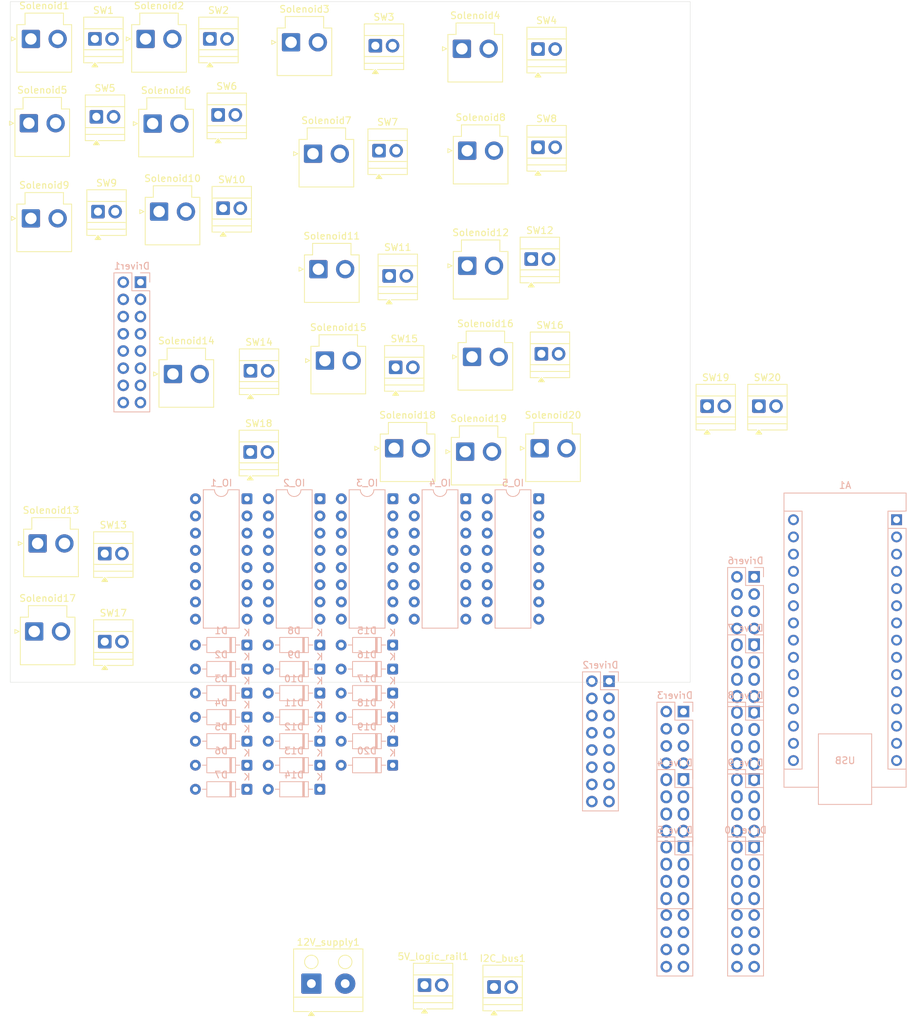
<source format=kicad_pcb>
(kicad_pcb (version 20241229) (generator "pcbnew") (generator_version "9.0")
  (layers (0 "F.Cu" signal) (2 "B.Cu" signal) (13 "F.Paste" user) (15 "B.Paste" user) (5 "F.SilkS" user "F.Silkscreen") (7 "B.SilkS" user "B.Silkscreen") (1 "F.Mask" user) (3 "B.Mask" user) (25 "Edge.Cuts" user))
  (net 0 "")
  (net 1 "5V")
  (net 2 "GND")
  (net 3 "12V")
  (net 6 "Col5")
  (net 7 "Row3")
  (net 9 "LATCH")
  (net 10 "DATA")
  (net 12 "Row4")
  (net 14 "PWM")
  (net 15 "Enable")
  (net 16 "Col4")
  (net 18 "Row2")
  (net 20 "SCL")
  (net 22 "Row1")
  (net 24 "Col1")
  (net 26 "Col3")
  (net 28 "SDA")
  (net 29 "Col2")
  (net 30 "CLOCK")
  (net 31 "Net-(D1-A)")
  (net 32 "Net-(D2-A)")
  (net 33 "Net-(D3-A)")
  (net 34 "Net-(D4-A)")
  (net 35 "Net-(D5-A)")
  (net 36 "Net-(D6-A)")
  (net 37 "Net-(D7-A)")
  (net 38 "Net-(D8-A)")
  (net 39 "Net-(D9-A)")
  (net 40 "Net-(D10-A)")
  (net 41 "Net-(D11-A)")
  (net 42 "Net-(D12-A)")
  (net 43 "Net-(D13-A)")
  (net 44 "Net-(D14-A)")
  (net 45 "Net-(D15-A)")
  (net 46 "Net-(D16-A)")
  (net 47 "Net-(D17-A)")
  (net 48 "Net-(D18-A)")
  (net 49 "Net-(D19-A)")
  (net 50 "Net-(D20-A)")
  (net 51 "S2_out1")
  (net 52 "S1_out2")
  (net 53 "S2_out2")
  (net 54 "S1_in1")
  (net 55 "S2_in2")
  (net 56 "S2_in1")
  (net 57 "S1_out1")
  (net 58 "S1_in2")
  (net 59 "S3_out2")
  (net 60 "S4_in1")
  (net 61 "S3_in2")
  (net 62 "S4_out2")
  (net 63 "S3_out1")
  (net 64 "S3_in1")
  (net 65 "S4_out1")
  (net 66 "S4_in2")
  (net 67 "S6_out2")
  (net 68 "S6_in2")
  (net 69 "S5_out1")
  (net 70 "S5_out2")
  (net 71 "S6_out1")
  (net 72 "S6_in1")
  (net 73 "S5_in2")
  (net 74 "S5_in1")
  (net 75 "S8_out1")
  (net 76 "S7_out2")
  (net 77 "S7_in2")
  (net 78 "S8_in2")
  (net 79 "S7_out1")
  (net 80 "S7_in1")
  (net 81 "S8_out2")
  (net 82 "S8_in1")
  (net 83 "S9_out1")
  (net 84 "S10_out2")
  (net 85 "S10_out1")
  (net 86 "S9_in2")
  (net 87 "S9_out2")
  (net 88 "S10_in1")
  (net 89 "S9_in1")
  (net 90 "S10_in2")
  (net 91 "S12_out1")
  (net 92 "S11_out1")
  (net 93 "S12_in2")
  (net 94 "S12_out2")
  (net 95 "S11_out2")
  (net 96 "S11_in2")
  (net 97 "S12_in1")
  (net 98 "S11_in1")
  (net 99 "S14_out1")
  (net 100 "S14_out2")
  (net 101 "S13_out2")
  (net 102 "S13_out1")
  (net 103 "S14_in2")
  (net 104 "S14_in1")
  (net 105 "S13_in1")
  (net 106 "S13_in2")
  (net 107 "S16_in2")
  (net 108 "S15_out2")
  (net 109 "S15_in1")
  (net 110 "S15_out1")
  (net 111 "S16_out2")
  (net 112 "S16_out1")
  (net 113 "S15_in2")
  (net 114 "S16_in1")
  (net 115 "S18_out1")
  (net 116 "S17_in1")
  (net 117 "S18_in1")
  (net 118 "S17_out1")
  (net 119 "S18_out2")
  (net 120 "S17_in2")
  (net 121 "S18_in2")
  (net 122 "S17_out2")
  (net 123 "S20_in2")
  (net 124 "S19_out1")
  (net 125 "S19_in1")
  (net 126 "S19_in2")
  (net 127 "S20_out2")
  (net 128 "S19_out2")
  (net 129 "S20_out1")
  (net 130 "S20_in1")
  (net 131 "Overflow1")
  (net 133 "Overflow2")
  (net 134 "Overflow3")
  (net 137 "Overflow4")
  (footprint "Connector_JST:JST_VH_B2P-VH-B_1x02_P3.96mm_Vertical" (layer "F.Cu") (at 82.54 68.5)
    (property "Reference" "Solenoid11" (at 1.98 -4.9 0) (layer "F.SilkS"))
    (property "Value" "Conn_01x02_Pin")
    (pad "1" thru_hole roundrect (at 0 0) (size 2.7 2.7) (drill 1.7) (layers "*.Cu" "*.Mask") (roundrect_rratio 0.092593) (net 124 "S19_out1"))
    (pad "2" thru_hole circle (at 3.96 0) (size 2.7 2.7) (drill 1.7) (layers "*.Cu" "*.Mask") (net 128 "S19_out2"))
  )
  (footprint "TerminalBlock:TerminalBlock_Xinya_XY308-2.54-2P_1x02_P2.54mm_Horizontal" (layer "F.Cu") (at 90.96 35.5)
    (property "Reference" "SW3" (at 1.27 -4.22 0) (layer "F.SilkS"))
    (property "Value" "SW_Push")
    (pad "1" thru_hole roundrect (at 0 0) (size 2 2) (drill 1.2) (layers "*.Cu" "*.Mask") (roundrect_rratio 0.125) (net 33 "Net-(D3-A)"))
    (pad "2" thru_hole circle (at 2.54 0) (size 2 2) (drill 1.2) (layers "*.Cu" "*.Mask") (net 26 "Col3"))
  )
  (footprint "Connector_JST:JST_VH_B2P-VH-B_1x02_P3.96mm_Vertical" (layer "F.Cu") (at 104.54 51)
    (property "Reference" "Solenoid8" (at 1.98 -4.9 0) (layer "F.SilkS"))
    (property "Value" "Conn_01x02_Pin")
    (pad "1" thru_hole roundrect (at 0 0) (size 2.7 2.7) (drill 1.7) (layers "*.Cu" "*.Mask") (roundrect_rratio 0.092593) (net 81 "S8_out2"))
    (pad "2" thru_hole circle (at 3.96 0) (size 2.7 2.7) (drill 1.7) (layers "*.Cu" "*.Mask") (net 75 "S8_out1"))
  )
  (footprint "Connector_JST:JST_VH_B2P-VH_1x02_P3.96mm_Vertical" (layer "F.Cu") (at 40.04 34.5)
    (property "Reference" "Solenoid1" (at 1.98 -4.9 0) (layer "F.SilkS"))
    (property "Value" "Conn_01x02_Pin")
    (pad "1" thru_hole roundrect (at 0 0) (size 2.7 2.7) (drill 1.7) (layers "*.Cu" "*.Mask") (roundrect_rratio 0.092593) (net 52 "S1_out2"))
    (pad "2" thru_hole circle (at 3.96 0) (size 2.7 2.7) (drill 1.7) (layers "*.Cu" "*.Mask") (net 57 "S1_out1"))
  )
  (footprint "TerminalBlock:TerminalBlock_Xinya_XY308-2.54-2P_1x02_P2.54mm_Horizontal" (layer "F.Cu") (at 98.225 174.2175)
    (property "Reference" "5V_logic_rail1" (at 1.27 -4.22 0) (layer "F.SilkS"))
    (property "Value" "Conn_01x01_Pin")
    (pad "1" thru_hole roundrect (at 0 0) (size 2 2) (drill 1.2) (layers "*.Cu" "*.Mask") (roundrect_rratio 0.125) (net 1 "5V"))
    (pad "2" thru_hole circle (at 2.54 0) (size 2 2) (drill 1.2) (layers "*.Cu" "*.Mask"))
  )
  (footprint "TerminalBlock:TerminalBlock_Xinya_XY308-2.54-2P_1x02_P2.54mm_Horizontal" (layer "F.Cu") (at 115 36)
    (property "Reference" "SW4" (at 1.27 -4.22 0) (layer "F.SilkS"))
    (property "Value" "SW_Push")
    (pad "1" thru_hole roundrect (at 0 0) (size 2 2) (drill 1.2) (layers "*.Cu" "*.Mask") (roundrect_rratio 0.125) (net 34 "Net-(D4-A)"))
    (pad "2" thru_hole circle (at 2.54 0) (size 2 2) (drill 1.2) (layers "*.Cu" "*.Mask") (net 16 "Col4"))
  )
  (footprint "Connector_JST:JST_VH_B2P-VH-B_1x02_P3.96mm_Vertical" (layer "F.Cu") (at 41.04 109)
    (property "Reference" "Solenoid13" (at 1.98 -4.9 0) (layer "F.SilkS"))
    (property "Value" "Conn_01x02_Pin")
    (pad "1" thru_hole roundrect (at 0 0) (size 2.7 2.7) (drill 1.7) (layers "*.Cu" "*.Mask") (roundrect_rratio 0.092593) (net 115 "S18_out1"))
    (pad "2" thru_hole circle (at 3.96 0) (size 2.7 2.7) (drill 1.7) (layers "*.Cu" "*.Mask") (net 119 "S18_out2"))
  )
  (footprint "Connector_JST:JST_VH_B2P-VH-B_1x02_P3.96mm_Vertical" (layer "F.Cu") (at 105.2425 81.45)
    (property "Reference" "Solenoid16" (at 1.98 -4.9 0) (layer "F.SilkS"))
    (property "Value" "Conn_01x02_Pin")
    (pad "1" thru_hole roundrect (at 0 0) (size 2.7 2.7) (drill 1.7) (layers "*.Cu" "*.Mask") (roundrect_rratio 0.092593) (net 112 "S16_out1"))
    (pad "2" thru_hole circle (at 3.96 0) (size 2.7 2.7) (drill 1.7) (layers "*.Cu" "*.Mask") (net 111 "S16_out2"))
  )
  (footprint "Connector_JST:JST_VH_B2P-VH-B_1x02_P3.96mm_Vertical" (layer "F.Cu") (at 104.54 68)
    (property "Reference" "Solenoid12" (at 1.98 -4.9 0) (layer "F.SilkS"))
    (property "Value" "Conn_01x02_Pin")
    (pad "1" thru_hole roundrect (at 0 0) (size 2.7 2.7) (drill 1.7) (layers "*.Cu" "*.Mask") (roundrect_rratio 0.092593) (net 129 "S20_out1"))
    (pad "2" thru_hole circle (at 3.96 0) (size 2.7 2.7) (drill 1.7) (layers "*.Cu" "*.Mask") (net 127 "S20_out2"))
  )
  (footprint "TerminalBlock_Altech:Altech_AK100_1x02_P5.00mm" (layer "F.Cu") (at 81.5 174)
    (property "Reference" "12V_supply1" (at 2.5 -6.12 0) (layer "F.SilkS"))
    (property "Value" "Conn_01x02_Pin")
    (pad "1" thru_hole roundrect (at 0 0) (size 3 3) (drill 1.3) (layers "*.Cu" "*.Mask") (roundrect_rratio 0.083333) (net 2 "GND"))
    (pad "2" thru_hole circle (at 5 0) (size 3 3) (drill 1.3) (layers "*.Cu" "*.Mask") (net 3 "12V"))
  )
  (footprint "Connector_JST:JST_VH_B2P-VH-B_1x02_P3.96mm_Vertical" (layer "F.Cu") (at 115.2425 94.95)
    (property "Reference" "Solenoid20" (at 1.98 -4.9 0) (layer "F.SilkS"))
    (property "Value" "Conn_01x02_Pin")
    (pad "1" thru_hole roundrect (at 0 0) (size 2.7 2.7) (drill 1.7) (layers "*.Cu" "*.Mask") (roundrect_rratio 0.092593) (net 92 "S11_out1"))
    (pad "2" thru_hole circle (at 3.96 0) (size 2.7 2.7) (drill 1.7) (layers "*.Cu" "*.Mask") (net 95 "S11_out2"))
  )
  (footprint "TerminalBlock:TerminalBlock_Xinya_XY308-2.54-2P_1x02_P2.54mm_Horizontal" (layer "F.Cu") (at 67.725 45.7175)
    (property "Reference" "SW6" (at 1.27 -4.22 0) (layer "F.SilkS"))
    (property "Value" "SW_Push")
    (pad "1" thru_hole roundrect (at 0 0) (size 2 2) (drill 1.2) (layers "*.Cu" "*.Mask") (roundrect_rratio 0.125) (net 36 "Net-(D6-A)"))
    (pad "2" thru_hole circle (at 2.54 0) (size 2 2) (drill 1.2) (layers "*.Cu" "*.Mask") (net 24 "Col1"))
  )
  (footprint "TerminalBlock:TerminalBlock_Xinya_XY308-2.54-2P_1x02_P2.54mm_Horizontal" (layer "F.Cu") (at 50.96 123.5)
    (property "Reference" "SW17" (at 1.27 -4.22 0) (layer "F.SilkS"))
    (property "Value" "SW_Push")
    (pad "1" thru_hole roundrect (at 0 0) (size 2 2) (drill 1.2) (layers "*.Cu" "*.Mask") (roundrect_rratio 0.125) (net 44 "Net-(D14-A)"))
    (pad "2" thru_hole circle (at 2.54 0) (size 2 2) (drill 1.2) (layers "*.Cu" "*.Mask") (net 29 "Col2"))
  )
  (footprint "TerminalBlock:TerminalBlock_Xinya_XY308-2.54-2P_1x02_P2.54mm_Horizontal" (layer "F.Cu") (at 115 50.5)
    (property "Reference" "SW8" (at 1.27 -4.22 0) (layer "F.SilkS"))
    (property "Value" "SW_Push")
    (pad "1" thru_hole roundrect (at 0 0) (size 2 2) (drill 1.2) (layers "*.Cu" "*.Mask") (roundrect_rratio 0.125) (net 38 "Net-(D8-A)"))
    (pad "2" thru_hole circle (at 2.54 0) (size 2 2) (drill 1.2) (layers "*.Cu" "*.Mask") (net 26 "Col3"))
  )
  (footprint "TerminalBlock:TerminalBlock_Xinya_XY308-2.54-2P_1x02_P2.54mm_Horizontal" (layer "F.Cu") (at 49.725 46)
    (property "Reference" "SW5" (at 1.27 -4.22 0) (layer "F.SilkS"))
    (property "Value" "SW_Push")
    (pad "1" thru_hole roundrect (at 0 0) (size 2 2) (drill 1.2) (layers "*.Cu" "*.Mask") (roundrect_rratio 0.125) (net 35 "Net-(D5-A)"))
    (pad "2" thru_hole circle (at 2.54 0) (size 2 2) (drill 1.2) (layers "*.Cu" "*.Mask") (net 6 "Col5"))
  )
  (footprint "TerminalBlock:TerminalBlock_Xinya_XY308-2.54-2P_1x02_P2.54mm_Horizontal" (layer "F.Cu") (at 49.96 60)
    (property "Reference" "SW9" (at 1.27 -4.22 0) (layer "F.SilkS"))
    (property "Value" "SW_Push")
    (pad "1" thru_hole roundrect (at 0 0) (size 2 2) (drill 1.2) (layers "*.Cu" "*.Mask") (roundrect_rratio 0.125) (net 39 "Net-(D9-A)"))
    (pad "2" thru_hole circle (at 2.54 0) (size 2 2) (drill 1.2) (layers "*.Cu" "*.Mask") (net 16 "Col4"))
  )
  (footprint "TerminalBlock:TerminalBlock_Xinya_XY308-2.54-2P_1x02_P2.54mm_Horizontal" (layer "F.Cu") (at 114 67)
    (property "Reference" "SW12" (at 1.27 -4.22 0) (layer "F.SilkS"))
    (property "Value" "SW_Push")
    (pad "1" thru_hole roundrect (at 0 0) (size 2 2) (drill 1.2) (layers "*.Cu" "*.Mask") (roundrect_rratio 0.125) (net 40 "Net-(D10-A)"))
    (pad "2" thru_hole circle (at 2.54 0) (size 2 2) (drill 1.2) (layers "*.Cu" "*.Mask") (net 29 "Col2"))
  )
  (footprint "TerminalBlock:TerminalBlock_Xinya_XY308-2.54-2P_1x02_P2.54mm_Horizontal" (layer "F.Cu") (at 72.5 83.5)
    (property "Reference" "SW14" (at 1.27 -4.22 0) (layer "F.SilkS"))
    (property "Value" "SW_Push")
    (pad "1" thru_hole roundrect (at 0 0) (size 2 2) (drill 1.2) (layers "*.Cu" "*.Mask") (roundrect_rratio 0.125) (net 42 "Net-(D12-A)"))
    (pad "2" thru_hole circle (at 2.54 0) (size 2 2) (drill 1.2) (layers "*.Cu" "*.Mask") (net 16 "Col4"))
  )
  (footprint "Connector_JST:JST_VH_B2P-VH-B_1x02_P3.96mm_Vertical" (layer "F.Cu") (at 78.5 35)
    (property "Reference" "Solenoid3" (at 1.98 -4.9 0) (layer "F.SilkS"))
    (property "Value" "Conn_01x02_Pin")
    (pad "1" thru_hole roundrect (at 0 0) (size 2.7 2.7) (drill 1.7) (layers "*.Cu" "*.Mask") (roundrect_rratio 0.092593) (net 59 "S3_out2"))
    (pad "2" thru_hole circle (at 3.96 0) (size 2.7 2.7) (drill 1.7) (layers "*.Cu" "*.Mask") (net 63 "S3_out1"))
  )
  (footprint "Connector_JST:JST_VH_B2P-VH-B_1x02_P3.96mm_Vertical" (layer "F.Cu") (at 39.7425 46.95)
    (property "Reference" "Solenoid5" (at 1.98 -4.9 0) (layer "F.SilkS"))
    (property "Value" "Conn_01x02_Pin")
    (pad "1" thru_hole roundrect (at 0 0) (size 2.7 2.7) (drill 1.7) (layers "*.Cu" "*.Mask") (roundrect_rratio 0.092593) (net 70 "S5_out2"))
    (pad "2" thru_hole circle (at 3.96 0) (size 2.7 2.7) (drill 1.7) (layers "*.Cu" "*.Mask") (net 69 "S5_out1"))
  )
  (footprint "Connector_JST:JST_VH_B2P-VH-B_1x02_P3.96mm_Vertical" (layer "F.Cu") (at 83.5 82)
    (property "Reference" "Solenoid15" (at 1.98 -4.9 0) (layer "F.SilkS"))
    (property "Value" "Conn_01x02_Pin")
    (pad "1" thru_hole roundrect (at 0 0) (size 2.7 2.7) (drill 1.7) (layers "*.Cu" "*.Mask") (roundrect_rratio 0.092593) (net 110 "S15_out1"))
    (pad "2" thru_hole circle (at 3.96 0) (size 2.7 2.7) (drill 1.7) (layers "*.Cu" "*.Mask") (net 108 "S15_out2"))
  )
  (footprint "TerminalBlock:TerminalBlock_Xinya_XY308-2.54-2P_1x02_P2.54mm_Horizontal" (layer "F.Cu") (at 68.46 59.5)
    (property "Reference" "SW10" (at 1.27 -4.22 0) (layer "F.SilkS"))
    (property "Value" "SW_Push")
    (pad "1" thru_hole roundrect (at 0 0) (size 2 2) (drill 1.2) (layers "*.Cu" "*.Mask") (roundrect_rratio 0.125) (net 50 "Net-(D20-A)"))
    (pad "2" thru_hole circle (at 2.54 0) (size 2 2) (drill 1.2) (layers "*.Cu" "*.Mask") (net 6 "Col5"))
  )
  (footprint "TerminalBlock:TerminalBlock_Xinya_XY308-2.54-2P_1x02_P2.54mm_Horizontal" (layer "F.Cu") (at 93.96 83)
    (property "Reference" "SW15" (at 1.27 -4.22 0) (layer "F.SilkS"))
    (property "Value" "SW_Push")
    (pad "1" thru_hole roundrect (at 0 0) (size 2 2) (drill 1.2) (layers "*.Cu" "*.Mask") (roundrect_rratio 0.125) (net 43 "Net-(D13-A)"))
    (pad "2" thru_hole circle (at 2.54 0) (size 2 2) (drill 1.2) (layers "*.Cu" "*.Mask") (net 6 "Col5"))
  )
  (footprint "Connector_JST:JST_VH_B2P-VH-B_1x02_P3.96mm_Vertical" (layer "F.Cu") (at 58.04 47)
    (property "Reference" "Solenoid6" (at 1.98 -4.9 0) (layer "F.SilkS"))
    (property "Value" "Conn_01x02_Pin")
    (pad "1" thru_hole roundrect (at 0 0) (size 2.7 2.7) (drill 1.7) (layers "*.Cu" "*.Mask") (roundrect_rratio 0.092593) (net 67 "S6_out2"))
    (pad "2" thru_hole circle (at 3.96 0) (size 2.7 2.7) (drill 1.7) (layers "*.Cu" "*.Mask") (net 71 "S6_out1"))
  )
  (footprint "TerminalBlock:TerminalBlock_Xinya_XY308-2.54-2P_1x02_P2.54mm_Horizontal" (layer "F.Cu") (at 72.46 95.5)
    (property "Reference" "SW18" (at 1.27 -4.22 0) (layer "F.SilkS"))
    (property "Value" "SW_Push")
    (pad "1" thru_hole roundrect (at 0 0) (size 2 2) (drill 1.2) (layers "*.Cu" "*.Mask") (roundrect_rratio 0.125) (net 45 "Net-(D15-A)"))
    (pad "2" thru_hole circle (at 2.54 0) (size 2 2) (drill 1.2) (layers "*.Cu" "*.Mask") (net 26 "Col3"))
  )
  (footprint "TerminalBlock:TerminalBlock_Xinya_XY308-2.54-2P_1x02_P2.54mm_Horizontal" (layer "F.Cu") (at 115.5 81)
    (property "Reference" "SW16" (at 1.27 -4.22 0) (layer "F.SilkS"))
    (property "Value" "SW_Push")
    (pad "1" thru_hole roundrect (at 0 0) (size 2 2) (drill 1.2) (layers "*.Cu" "*.Mask") (roundrect_rratio 0.125) (net 49 "Net-(D19-A)"))
    (pad "2" thru_hole circle (at 2.54 0) (size 2 2) (drill 1.2) (layers "*.Cu" "*.Mask") (net 24 "Col1"))
  )
  (footprint "Connector_JST:JST_VH_B2P-VH-B_1x02_P3.96mm_Vertical" (layer "F.Cu") (at 81.7425 51.45)
    (property "Reference" "Solenoid7" (at 1.98 -4.9 0) (layer "F.SilkS"))
    (property "Value" "Conn_01x02_Pin")
    (pad "1" thru_hole roundrect (at 0 0) (size 2.7 2.7) (drill 1.7) (layers "*.Cu" "*.Mask") (roundrect_rratio 0.092593) (net 76 "S7_out2"))
    (pad "2" thru_hole circle (at 3.96 0) (size 2.7 2.7) (drill 1.7) (layers "*.Cu" "*.Mask") (net 79 "S7_out1"))
  )
  (footprint "TerminalBlock:TerminalBlock_Xinya_XY308-2.54-2P_1x02_P2.54mm_Horizontal" (layer "F.Cu") (at 140 88.725)
    (property "Reference" "SW19" (at 1.27 -4.22 0) (layer "F.SilkS"))
    (property "Value" "SW_Push")
    (pad "1" thru_hole roundrect (at 0 0) (size 2 2) (drill 1.2) (layers "*.Cu" "*.Mask") (roundrect_rratio 0.125) (net 46 "Net-(D16-A)"))
    (pad "2" thru_hole circle (at 2.54 0) (size 2 2) (drill 1.2) (layers "*.Cu" "*.Mask") (net 16 "Col4"))
  )
  (footprint "TerminalBlock:TerminalBlock_Xinya_XY308-2.54-2P_1x02_P2.54mm_Horizontal" (layer "F.Cu") (at 66.5 34.5)
    (property "Reference" "SW2" (at 1.27 -4.22 0) (layer "F.SilkS"))
    (property "Value" "SW_Push")
    (pad "1" thru_hole roundrect (at 0 0) (size 2 2) (drill 1.2) (layers "*.Cu" "*.Mask") (roundrect_rratio 0.125) (net 32 "Net-(D2-A)"))
    (pad "2" thru_hole circle (at 2.54 0) (size 2 2) (drill 1.2) (layers "*.Cu" "*.Mask") (net 29 "Col2"))
  )
  (footprint "TerminalBlock:TerminalBlock_Xinya_XY308-2.54-2P_1x02_P2.54mm_Horizontal" (layer "F.Cu") (at 91.5 51)
    (property "Reference" "SW7" (at 1.27 -4.22 0) (layer "F.SilkS"))
    (property "Value" "SW_Push")
    (pad "1" thru_hole roundrect (at 0 0) (size 2 2) (drill 1.2) (layers "*.Cu" "*.Mask") (roundrect_rratio 0.125) (net 37 "Net-(D7-A)"))
    (pad "2" thru_hole circle (at 2.54 0) (size 2 2) (drill 1.2) (layers "*.Cu" "*.Mask") (net 29 "Col2"))
  )
  (footprint "TerminalBlock:TerminalBlock_Xinya_XY308-2.54-2P_1x02_P2.54mm_Horizontal" (layer "F.Cu") (at 49.5 34.5)
    (property "Reference" "SW1" (at 1.27 -4.22 0) (layer "F.SilkS"))
    (property "Value" "SW_Push")
    (pad "1" thru_hole roundrect (at 0 0) (size 2 2) (drill 1.2) (layers "*.Cu" "*.Mask") (roundrect_rratio 0.125) (net 31 "Net-(D1-A)"))
    (pad "2" thru_hole circle (at 2.54 0) (size 2 2) (drill 1.2) (layers "*.Cu" "*.Mask") (net 24 "Col1"))
  )
  (footprint "Connector_JST:JST_VH_B2P-VH-B_1x02_P3.96mm_Vertical" (layer "F.Cu") (at 57 34.5)
    (property "Reference" "Solenoid2" (at 1.98 -4.9 0) (layer "F.SilkS"))
    (property "Value" "Conn_01x02_Pin")
    (pad "1" thru_hole roundrect (at 0 0) (size 2.7 2.7) (drill 1.7) (layers "*.Cu" "*.Mask") (roundrect_rratio 0.092593) (net 53 "S2_out2"))
    (pad "2" thru_hole circle (at 3.96 0) (size 2.7 2.7) (drill 1.7) (layers "*.Cu" "*.Mask") (net 51 "S2_out1"))
  )
  (footprint "TerminalBlock:TerminalBlock_Xinya_XY308-2.54-2P_1x02_P2.54mm_Horizontal" (layer "F.Cu") (at 108.5 174.5)
    (property "Reference" "I2C_bus1" (at 1.27 -4.22 0) (layer "F.SilkS"))
    (property "Value" "Conn_01x02_Pin")
    (pad "1" thru_hole roundrect (at 0 0) (size 2 2) (drill 1.2) (layers "*.Cu" "*.Mask") (roundrect_rratio 0.125) (net 28 "SDA"))
    (pad "2" thru_hole circle (at 2.54 0) (size 2 2) (drill 1.2) (layers "*.Cu" "*.Mask") (net 20 "SCL"))
  )
  (footprint "TerminalBlock:TerminalBlock_Xinya_XY308-2.54-2P_1x02_P2.54mm_Horizontal" (layer "F.Cu") (at 50.96 110.5)
    (property "Reference" "SW13" (at 1.27 -4.22 0) (layer "F.SilkS"))
    (property "Value" "SW_Push")
    (pad "1" thru_hole roundrect (at 0 0) (size 2 2) (drill 1.2) (layers "*.Cu" "*.Mask") (roundrect_rratio 0.125) (net 41 "Net-(D11-A)"))
    (pad "2" thru_hole circle (at 2.54 0) (size 2 2) (drill 1.2) (layers "*.Cu" "*.Mask") (net 26 "Col3"))
  )
  (footprint "Connector_JST:JST_VH_B2P-VH-B_1x02_P3.96mm_Vertical" (layer "F.Cu") (at 93.7425 94.95)
    (property "Reference" "Solenoid18" (at 1.98 -4.9 0) (layer "F.SilkS"))
    (property "Value" "Conn_01x02_Pin")
    (pad "1" thru_hole roundrect (at 0 0) (size 2.7 2.7) (drill 1.7) (layers "*.Cu" "*.Mask") (roundrect_rratio 0.092593) (net 102 "S13_out1"))
    (pad "2" thru_hole circle (at 3.96 0) (size 2.7 2.7) (drill 1.7) (layers "*.Cu" "*.Mask") (net 101 "S13_out2"))
  )
  (footprint "Connector_JST:JST_VH_B2P-VH-B_1x02_P3.96mm_Vertical" (layer "F.Cu") (at 104.2425 95.45)
    (property "Reference" "Solenoid19" (at 1.98 -4.9 0) (layer "F.SilkS"))
    (property "Value" "Conn_01x02_Pin")
    (pad "1" thru_hole roundrect (at 0 0) (size 2.7 2.7) (drill 1.7) (layers "*.Cu" "*.Mask") (roundrect_rratio 0.092593) (net 91 "S12_out1"))
    (pad "2" thru_hole circle (at 3.96 0) (size 2.7 2.7) (drill 1.7) (layers "*.Cu" "*.Mask") (net 94 "S12_out2"))
  )
  (footprint "Connector_JST:JST_VH_B2P-VH-B_1x02_P3.96mm_Vertical" (layer "F.Cu") (at 40.54 122)
    (property "Reference" "Solenoid17" (at 1.98 -4.9 0) (layer "F.SilkS"))
    (property "Value" "Conn_01x02_Pin")
    (pad "1" thru_hole roundrect (at 0 0) (size 2.7 2.7) (drill 1.7) (layers "*.Cu" "*.Mask") (roundrect_rratio 0.092593) (net 99 "S14_out1"))
    (pad "2" thru_hole circle (at 3.96 0) (size 2.7 2.7) (drill 1.7) (layers "*.Cu" "*.Mask") (net 100 "S14_out2"))
  )
  (footprint "Connector_JST:JST_VH_B2P-VH-B_1x02_P3.96mm_Vertical" (layer "F.Cu") (at 61.04 83.98)
    (property "Reference" "Solenoid14" (at 1.98 -4.9 0) (layer "F.SilkS"))
    (property "Value" "Conn_01x02_Pin")
    (pad "1" thru_hole roundrect (at 0 0) (size 2.7 2.7) (drill 1.7) (layers "*.Cu" "*.Mask") (roundrect_rratio 0.092593) (net 118 "S17_out1"))
    (pad "2" thru_hole circle (at 3.96 0) (size 2.7 2.7) (drill 1.7) (layers "*.Cu" "*.Mask") (net 122 "S17_out2"))
  )
  (footprint "TerminalBlock:TerminalBlock_Xinya_XY308-2.54-2P_1x02_P2.54mm_Horizontal" (layer "F.Cu") (at 147.64 88.725)
    (property "Reference" "SW20" (at 1.27 -4.22 0) (layer "F.SilkS"))
    (property "Value" "SW_Push")
    (pad "1" thru_hole roundrect (at 0 0) (size 2 2) (drill 1.2) (layers "*.Cu" "*.Mask") (roundrect_rratio 0.125) (net 47 "Net-(D17-A)"))
    (pad "2" thru_hole circle (at 2.54 0) (size 2 2) (drill 1.2) (layers "*.Cu" "*.Mask") (net 6 "Col5"))
  )
  (footprint "Connector_JST:JST_VH_B2P-VH-B_1x02_P3.96mm_Vertical" (layer "F.Cu") (at 40.04 61)
    (property "Reference" "Solenoid9" (at 1.98 -4.9 0) (layer "F.SilkS"))
    (property "Value" "Conn_01x02_Pin")
    (pad "1" thru_hole roundrect (at 0 0) (size 2.7 2.7) (drill 1.7) (layers "*.Cu" "*.Mask") (roundrect_rratio 0.092593) (net 87 "S9_out2"))
    (pad "2" thru_hole circle (at 3.96 0) (size 2.7 2.7) (drill 1.7) (layers "*.Cu" "*.Mask") (net 83 "S9_out1"))
  )
  (footprint "TerminalBlock:TerminalBlock_Xinya_XY308-2.54-2P_1x02_P2.54mm_Horizontal" (layer "F.Cu") (at 93 69.5)
    (property "Reference" "SW11" (at 1.27 -4.22 0) (layer "F.SilkS"))
    (property "Value" "SW_Push")
    (pad "1" thru_hole roundrect (at 0 0) (size 2 2) (drill 1.2) (layers "*.Cu" "*.Mask") (roundrect_rratio 0.125) (net 48 "Net-(D18-A)"))
    (pad "2" thru_hole circle (at 2.54 0) (size 2 2) (drill 1.2) (layers "*.Cu" "*.Mask") (net 24 "Col1"))
  )
  (footprint "Connector_JST:JST_VH_B2P-VH-B_1x02_P3.96mm_Vertical" (layer "F.Cu") (at 59 60)
    (property "Reference" "Solenoid10" (at 1.98 -4.9 0) (layer "F.SilkS"))
    (property "Value" "Conn_01x02_Pin")
    (pad "1" thru_hole roundrect (at 0 0) (size 2.7 2.7) (drill 1.7) (layers "*.Cu" "*.Mask") (roundrect_rratio 0.092593) (net 84 "S10_out2"))
    (pad "2" thru_hole circle (at 3.96 0) (size 2.7 2.7) (drill 1.7) (layers "*.Cu" "*.Mask") (net 85 "S10_out1"))
  )
  (footprint "Connector_JST:JST_VH_B2P-VH-B_1x02_P3.96mm_Vertical" (layer "F.Cu") (at 103.7425 35.95)
    (property "Reference" "Solenoid4" (at 1.98 -4.9 0) (layer "F.SilkS"))
    (property "Value" "Conn_01x02_Pin")
    (pad "1" thru_hole roundrect (at 0 0) (size 2.7 2.7) (drill 1.7) (layers "*.Cu" "*.Mask") (roundrect_rratio 0.092593) (net 62 "S4_out2"))
    (pad "2" thru_hole circle (at 3.96 0) (size 2.7 2.7) (drill 1.7) (layers "*.Cu" "*.Mask") (net 65 "S4_out1"))
  )
  (footprint "Connector_PinHeader_2.54mm:PinHeader_2x08_P2.54mm_Vertical" (layer "B.Cu") (at 146.95 133.825 180)
    (property "Reference" "Driver8" (at 1.27 2.38 0) (layer "B.SilkS") (effects (justify mirror)))
    (property "Value" "TB6612FNG")
    (pad "1" thru_hole rect (at 0 0 180) (size 1.7 1.7) (drill 1) (layers "*.Cu" "*.Mask") (net 110 "S15_out1"))
    (pad "2" thru_hole circle (at 2.54 0 180) (size 1.7 1.7) (drill 1) (layers "*.Cu" "*.Mask") (net 110 "S15_out1"))
    (pad "3" thru_hole circle (at 0 -2.54 180) (size 1.7 1.7) (drill 1) (layers "*.Cu" "*.Mask") (net 2 "GND"))
    (pad "4" thru_hole circle (at 2.54 -2.54 180) (size 1.7 1.7) (drill 1) (layers "*.Cu" "*.Mask") (net 2 "GND"))
    (pad "5" thru_hole circle (at 0 -5.08 180) (size 1.7 1.7) (drill 1) (layers "*.Cu" "*.Mask") (net 108 "S15_out2"))
    (pad "6" thru_hole circle (at 2.54 -5.08 180) (size 1.7 1.7) (drill 1) (layers "*.Cu" "*.Mask") (net 108 "S15_out2"))
    (pad "7" thru_hole circle (at 0 -7.62 180) (size 1.7 1.7) (drill 1) (layers "*.Cu" "*.Mask") (net 111 "S16_out2"))
    (pad "8" thru_hole circle (at 2.54 -7.62 180) (size 1.7 1.7) (drill 1) (layers "*.Cu" "*.Mask") (net 111 "S16_out2"))
    (pad "9" thru_hole circle (at 0 -10.16 180) (size 1.7 1.7) (drill 1) (layers "*.Cu" "*.Mask") (net 2 "GND"))
    (pad "10" thru_hole circle (at 2.54 -10.16 180) (size 1.7 1.7) (drill 1) (layers "*.Cu" "*.Mask") (net 2 "GND"))
    (pad "11" thru_hole circle (at 0 -12.7 180) (size 1.7 1.7) (drill 1) (layers "*.Cu" "*.Mask") (net 112 "S16_out1"))
    (pad "12" thru_hole circle (at 2.54 -12.7 180) (size 1.7 1.7) (drill 1) (layers "*.Cu" "*.Mask") (net 112 "S16_out1"))
    (pad "13" thru_hole circle (at 0 -15.24 180) (size 1.7 1.7) (drill 1) (layers "*.Cu" "*.Mask") (net 3 "12V"))
    (pad "14" thru_hole circle (at 2.54 -15.24 180) (size 1.7 1.7) (drill 1) (layers "*.Cu" "*.Mask") (net 3 "12V"))
    (pad "15" thru_hole circle (at 0 -17.78 180) (size 1.7 1.7) (drill 1) (layers "*.Cu" "*.Mask") (net 14 "PWM"))
    (pad "16" thru_hole circle (at 2.54 -17.78 180) (size 1.7 1.7) (drill 1) (layers "*.Cu" "*.Mask") (net 107 "S16_in2"))
  )
  (footprint "Diode_THT:D_DO-35_SOD27_P7.62mm_Horizontal" (layer "B.Cu") (at 71.98 124 180)
    (property "Reference" "D1" (at 3.81 2.12 0) (layer "B.SilkS") (effects (justify mirror)))
    (property "Value" "1N4148")
    (fp_text user "K" (at 0 1.8 0) (layer "B.SilkS") (effects (justify mirror)))
    (pad "1" thru_hole roundrect (at 0 0 180) (size 1.6 1.6) (drill 0.8) (layers "*.Cu" "*.Mask") (roundrect_rratio 0.15625) (net 22 "Row1"))
    (pad "2" thru_hole circle (at 7.62 0 180) (size 1.6 1.6) (drill 0.8) (layers "*.Cu" "*.Mask") (net 31 "Net-(D1-A)"))
  )
  (footprint "Connector_PinHeader_2.54mm:PinHeader_2x08_P2.54mm_Vertical" (layer "B.Cu") (at 136.5 153.715 180)
    (property "Reference" "Driver5" (at 1.27 2.38 0) (layer "B.SilkS") (effects (justify mirror)))
    (property "Value" "TB6612FNG")
    (pad "1" thru_hole rect (at 0 0 180) (size 1.7 1.7) (drill 1) (layers "*.Cu" "*.Mask") (net 83 "S9_out1"))
    (pad "2" thru_hole circle (at 2.54 0 180) (size 1.7 1.7) (drill 1) (layers "*.Cu" "*.Mask") (net 83 "S9_out1"))
    (pad "3" thru_hole circle (at 0 -2.54 180) (size 1.7 1.7) (drill 1) (layers "*.Cu" "*.Mask") (net 2 "GND"))
    (pad "4" thru_hole circle (at 2.54 -2.54 180) (size 1.7 1.7) (drill 1) (layers "*.Cu" "*.Mask") (net 2 "GND"))
    (pad "5" thru_hole circle (at 0 -5.08 180) (size 1.7 1.7) (drill 1) (layers "*.Cu" "*.Mask") (net 87 "S9_out2"))
    (pad "6" thru_hole circle (at 2.54 -5.08 180) (size 1.7 1.7) (drill 1) (layers "*.Cu" "*.Mask") (net 87 "S9_out2"))
    (pad "7" thru_hole circle (at 0 -7.62 180) (size 1.7 1.7) (drill 1) (layers "*.Cu" "*.Mask") (net 84 "S10_out2"))
    (pad "8" thru_hole circle (at 2.54 -7.62 180) (size 1.7 1.7) (drill 1) (layers "*.Cu" "*.Mask") (net 84 "S10_out2"))
    (pad "9" thru_hole circle (at 0 -10.16 180) (size 1.7 1.7) (drill 1) (layers "*.Cu" "*.Mask") (net 2 "GND"))
    (pad "10" thru_hole circle (at 2.54 -10.16 180) (size 1.7 1.7) (drill 1) (layers "*.Cu" "*.Mask") (net 2 "GND"))
    (pad "11" thru_hole circle (at 0 -12.7 180) (size 1.7 1.7) (drill 1) (layers "*.Cu" "*.Mask") (net 85 "S10_out1"))
    (pad "12" thru_hole circle (at 2.54 -12.7 180) (size 1.7 1.7) (drill 1) (layers "*.Cu" "*.Mask") (net 85 "S10_out1"))
    (pad "13" thru_hole circle (at 0 -15.24 180) (size 1.7 1.7) (drill 1) (layers "*.Cu" "*.Mask") (net 3 "12V"))
    (pad "14" thru_hole circle (at 2.54 -15.24 180) (size 1.7 1.7) (drill 1) (layers "*.Cu" "*.Mask") (net 3 "12V"))
    (pad "15" thru_hole circle (at 0 -17.78 180) (size 1.7 1.7) (drill 1) (layers "*.Cu" "*.Mask") (net 14 "PWM"))
    (pad "16" thru_hole circle (at 2.54 -17.78 180) (size 1.7 1.7) (drill 1) (layers "*.Cu" "*.Mask") (net 90 "S10_in2"))
  )
  (footprint "Diode_THT:D_DO-35_SOD27_P7.62mm_Horizontal" (layer "B.Cu") (at 82.75 145.3 180)
    (property "Reference" "D14" (at 3.81 2.12 0) (layer "B.SilkS") (effects (justify mirror)))
    (property "Value" "1N4148")
    (fp_text user "K" (at 0 1.8 0) (layer "B.SilkS") (effects (justify mirror)))
    (pad "1" thru_hole roundrect (at 0 0 180) (size 1.6 1.6) (drill 0.8) (layers "*.Cu" "*.Mask") (roundrect_rratio 0.15625) (net 12 "Row4"))
    (pad "2" thru_hole circle (at 7.62 0 180) (size 1.6 1.6) (drill 0.8) (layers "*.Cu" "*.Mask") (net 44 "Net-(D14-A)"))
  )
  (footprint "Diode_THT:D_DO-35_SOD27_P7.62mm_Horizontal" (layer "B.Cu") (at 82.75 141.75 180)
    (property "Reference" "D13" (at 3.81 2.12 0) (layer "B.SilkS") (effects (justify mirror)))
    (property "Value" "1N4148")
    (fp_text user "K" (at 0 1.8 0) (layer "B.SilkS") (effects (justify mirror)))
    (pad "1" thru_hole roundrect (at 0 0 180) (size 1.6 1.6) (drill 0.8) (layers "*.Cu" "*.Mask") (roundrect_rratio 0.15625) (net 7 "Row3"))
    (pad "2" thru_hole circle (at 7.62 0 180) (size 1.6 1.6) (drill 0.8) (layers "*.Cu" "*.Mask") (net 43 "Net-(D13-A)"))
  )
  (footprint "Diode_THT:D_DO-35_SOD27_P7.62mm_Horizontal" (layer "B.Cu") (at 71.98 131.1 180)
    (property "Reference" "D3" (at 3.81 2.12 0) (layer "B.SilkS") (effects (justify mirror)))
    (property "Value" "1N4148")
    (fp_text user "K" (at 0 1.8 0) (layer "B.SilkS") (effects (justify mirror)))
    (pad "1" thru_hole roundrect (at 0 0 180) (size 1.6 1.6) (drill 0.8) (layers "*.Cu" "*.Mask") (roundrect_rratio 0.15625) (net 22 "Row1"))
    (pad "2" thru_hole circle (at 7.62 0 180) (size 1.6 1.6) (drill 0.8) (layers "*.Cu" "*.Mask") (net 33 "Net-(D3-A)"))
  )
  (footprint "Diode_THT:D_DO-35_SOD27_P7.62mm_Horizontal" (layer "B.Cu") (at 93.52 138.2 180)
    (property "Reference" "D19" (at 3.81 2.12 0) (layer "B.SilkS") (effects (justify mirror)))
    (property "Value" "1N4148")
    (fp_text user "K" (at 0 1.8 0) (layer "B.SilkS") (effects (justify mirror)))
    (pad "1" thru_hole roundrect (at 0 0 180) (size 1.6 1.6) (drill 0.8) (layers "*.Cu" "*.Mask") (roundrect_rratio 0.15625) (net 12 "Row4"))
    (pad "2" thru_hole circle (at 7.62 0 180) (size 1.6 1.6) (drill 0.8) (layers "*.Cu" "*.Mask") (net 49 "Net-(D19-A)"))
  )
  (footprint "Diode_THT:D_DO-35_SOD27_P7.62mm_Horizontal" (layer "B.Cu") (at 71.98 145.3 180)
    (property "Reference" "D7" (at 3.81 2.12 0) (layer "B.SilkS") (effects (justify mirror)))
    (property "Value" "1N4148")
    (fp_text user "K" (at 0 1.8 0) (layer "B.SilkS") (effects (justify mirror)))
    (pad "1" thru_hole roundrect (at 0 0 180) (size 1.6 1.6) (drill 0.8) (layers "*.Cu" "*.Mask") (roundrect_rratio 0.15625) (net 18 "Row2"))
    (pad "2" thru_hole circle (at 7.62 0 180) (size 1.6 1.6) (drill 0.8) (layers "*.Cu" "*.Mask") (net 37 "Net-(D7-A)"))
  )
  (footprint "Diode_THT:D_DO-35_SOD27_P7.62mm_Horizontal" (layer "B.Cu") (at 93.52 134.65 180)
    (property "Reference" "D18" (at 3.81 2.12 0) (layer "B.SilkS") (effects (justify mirror)))
    (property "Value" "1N4148")
    (fp_text user "K" (at 0 1.8 0) (layer "B.SilkS") (effects (justify mirror)))
    (pad "1" thru_hole roundrect (at 0 0 180) (size 1.6 1.6) (drill 0.8) (layers "*.Cu" "*.Mask") (roundrect_rratio 0.15625) (net 7 "Row3"))
    (pad "2" thru_hole circle (at 7.62 0 180) (size 1.6 1.6) (drill 0.8) (layers "*.Cu" "*.Mask") (net 48 "Net-(D18-A)"))
  )
  (footprint "Connector_PinHeader_2.54mm:PinHeader_2x08_P2.54mm_Vertical" (layer "B.Cu") (at 146.95 113.935 180)
    (property "Reference" "Driver6" (at 1.27 2.38 0) (layer "B.SilkS") (effects (justify mirror)))
    (property "Value" "TB6612FNG")
    (pad "1" thru_hole rect (at 0 0 180) (size 1.7 1.7) (drill 1) (layers "*.Cu" "*.Mask") (net 92 "S11_out1"))
    (pad "2" thru_hole circle (at 2.54 0 180) (size 1.7 1.7) (drill 1) (layers "*.Cu" "*.Mask") (net 92 "S11_out1"))
    (pad "3" thru_hole circle (at 0 -2.54 180) (size 1.7 1.7) (drill 1) (layers "*.Cu" "*.Mask") (net 2 "GND"))
    (pad "4" thru_hole circle (at 2.54 -2.54 180) (size 1.7 1.7) (drill 1) (layers "*.Cu" "*.Mask") (net 2 "GND"))
    (pad "5" thru_hole circle (at 0 -5.08 180) (size 1.7 1.7) (drill 1) (layers "*.Cu" "*.Mask") (net 95 "S11_out2"))
    (pad "6" thru_hole circle (at 2.54 -5.08 180) (size 1.7 1.7) (drill 1) (layers "*.Cu" "*.Mask") (net 95 "S11_out2"))
    (pad "7" thru_hole circle (at 0 -7.62 180) (size 1.7 1.7) (drill 1) (layers "*.Cu" "*.Mask") (net 94 "S12_out2"))
    (pad "8" thru_hole circle (at 2.54 -7.62 180) (size 1.7 1.7) (drill 1) (layers "*.Cu" "*.Mask") (net 94 "S12_out2"))
    (pad "9" thru_hole circle (at 0 -10.16 180) (size 1.7 1.7) (drill 1) (layers "*.Cu" "*.Mask") (net 2 "GND"))
    (pad "10" thru_hole circle (at 2.54 -10.16 180) (size 1.7 1.7) (drill 1) (layers "*.Cu" "*.Mask") (net 2 "GND"))
    (pad "11" thru_hole circle (at 0 -12.7 180) (size 1.7 1.7) (drill 1) (layers "*.Cu" "*.Mask") (net 91 "S12_out1"))
    (pad "12" thru_hole circle (at 2.54 -12.7 180) (size 1.7 1.7) (drill 1) (layers "*.Cu" "*.Mask") (net 91 "S12_out1"))
    (pad "13" thru_hole circle (at 0 -15.24 180) (size 1.7 1.7) (drill 1) (layers "*.Cu" "*.Mask") (net 3 "12V"))
    (pad "14" thru_hole circle (at 2.54 -15.24 180) (size 1.7 1.7) (drill 1) (layers "*.Cu" "*.Mask") (net 3 "12V"))
    (pad "15" thru_hole circle (at 0 -17.78 180) (size 1.7 1.7) (drill 1) (layers "*.Cu" "*.Mask") (net 14 "PWM"))
    (pad "16" thru_hole circle (at 2.54 -17.78 180) (size 1.7 1.7) (drill 1) (layers "*.Cu" "*.Mask") (net 93 "S12_in2"))
  )
  (footprint "Package_DIP:DIP-16_W7.62mm" (layer "B.Cu") (at 71.99 102.4 180)
    (property "Reference" "IO_1" (at 3.81 2.33 0) (layer "B.SilkS") (effects (justify mirror)))
    (property "Value" "74HC595")
    (pad "1" thru_hole roundrect (at 0 0 180) (size 1.6 1.6) (drill 0.8) (layers "*.Cu" "*.Mask") (roundrect_rratio 0.15625) (net 58 "S1_in2"))
    (pad "2" thru_hole circle (at 0 -2.54 180) (size 1.6 1.6) (drill 0.8) (layers "*.Cu" "*.Mask") (net 56 "S2_in1"))
    (pad "3" thru_hole circle (at 0 -5.08 180) (size 1.6 1.6) (drill 0.8) (layers "*.Cu" "*.Mask") (net 55 "S2_in2"))
    (pad "4" thru_hole circle (at 0 -7.62 180) (size 1.6 1.6) (drill 0.8) (layers "*.Cu" "*.Mask") (net 64 "S3_in1"))
    (pad "5" thru_hole circle (at 0 -10.16 180) (size 1.6 1.6) (drill 0.8) (layers "*.Cu" "*.Mask") (net 61 "S3_in2"))
    (pad "6" thru_hole circle (at 0 -12.7 180) (size 1.6 1.6) (drill 0.8) (layers "*.Cu" "*.Mask") (net 60 "S4_in1"))
    (pad "7" thru_hole circle (at 0 -15.24 180) (size 1.6 1.6) (drill 0.8) (layers "*.Cu" "*.Mask") (net 66 "S4_in2"))
    (pad "8" thru_hole circle (at 0 -17.78 180) (size 1.6 1.6) (drill 0.8) (layers "*.Cu" "*.Mask") (net 2 "GND"))
    (pad "9" thru_hole circle (at 7.62 -17.78 180) (size 1.6 1.6) (drill 0.8) (layers "*.Cu" "*.Mask") (net 131 "Overflow1"))
    (pad "10" thru_hole circle (at 7.62 -15.24 180) (size 1.6 1.6) (drill 0.8) (layers "*.Cu" "*.Mask") (net 1 "5V"))
    (pad "11" thru_hole circle (at 7.62 -12.7 180) (size 1.6 1.6) (drill 0.8) (layers "*.Cu" "*.Mask") (net 30 "CLOCK"))
    (pad "12" thru_hole circle (at 7.62 -10.16 180) (size 1.6 1.6) (drill 0.8) (layers "*.Cu" "*.Mask") (net 9 "LATCH"))
    (pad "13" thru_hole circle (at 7.62 -7.62 180) (size 1.6 1.6) (drill 0.8) (layers "*.Cu" "*.Mask") (net 2 "GND"))
    (pad "14" thru_hole circle (at 7.62 -5.08 180) (size 1.6 1.6) (drill 0.8) (layers "*.Cu" "*.Mask") (net 10 "DATA"))
    (pad "15" thru_hole circle (at 7.62 -2.54 180) (size 1.6 1.6) (drill 0.8) (layers "*.Cu" "*.Mask") (net 54 "S1_in1"))
    (pad "16" thru_hole circle (at 7.62 0 180) (size 1.6 1.6) (drill 0.8) (layers "*.Cu" "*.Mask") (net 1 "5V"))
  )
  (footprint "Connector_PinHeader_2.54mm:PinHeader_2x08_P2.54mm_Vertical" (layer "B.Cu") (at 146.95 123.88 180)
    (property "Reference" "Driver7" (at 1.27 2.38 0) (layer "B.SilkS") (effects (justify mirror)))
    (property "Value" "TB6612FNG")
    (pad "1" thru_hole rect (at 0 0 180) (size 1.7 1.7) (drill 1) (layers "*.Cu" "*.Mask") (net 102 "S13_out1"))
    (pad "2" thru_hole circle (at 2.54 0 180) (size 1.7 1.7) (drill 1) (layers "*.Cu" "*.Mask") (net 102 "S13_out1"))
    (pad "3" thru_hole circle (at 0 -2.54 180) (size 1.7 1.7) (drill 1) (layers "*.Cu" "*.Mask") (net 2 "GND"))
    (pad "4" thru_hole circle (at 2.54 -2.54 180) (size 1.7 1.7) (drill 1) (layers "*.Cu" "*.Mask") (net 2 "GND"))
    (pad "5" thru_hole circle (at 0 -5.08 180) (size 1.7 1.7) (drill 1) (layers "*.Cu" "*.Mask") (net 101 "S13_out2"))
    (pad "6" thru_hole circle (at 2.54 -5.08 180) (size 1.7 1.7) (drill 1) (layers "*.Cu" "*.Mask") (net 101 "S13_out2"))
    (pad "7" thru_hole circle (at 0 -7.62 180) (size 1.7 1.7) (drill 1) (layers "*.Cu" "*.Mask") (net 100 "S14_out2"))
    (pad "8" thru_hole circle (at 2.54 -7.62 180) (size 1.7 1.7) (drill 1) (layers "*.Cu" "*.Mask") (net 100 "S14_out2"))
    (pad "9" thru_hole circle (at 0 -10.16 180) (size 1.7 1.7) (drill 1) (layers "*.Cu" "*.Mask") (net 2 "GND"))
    (pad "10" thru_hole circle (at 2.54 -10.16 180) (size 1.7 1.7) (drill 1) (layers "*.Cu" "*.Mask") (net 2 "GND"))
    (pad "11" thru_hole circle (at 0 -12.7 180) (size 1.7 1.7) (drill 1) (layers "*.Cu" "*.Mask") (net 99 "S14_out1"))
    (pad "12" thru_hole circle (at 2.54 -12.7 180) (size 1.7 1.7) (drill 1) (layers "*.Cu" "*.Mask") (net 99 "S14_out1"))
    (pad "13" thru_hole circle (at 0 -15.24 180) (size 1.7 1.7) (drill 1) (layers "*.Cu" "*.Mask") (net 3 "12V"))
    (pad "14" thru_hole circle (at 2.54 -15.24 180) (size 1.7 1.7) (drill 1) (layers "*.Cu" "*.Mask") (net 3 "12V"))
    (pad "15" thru_hole circle (at 0 -17.78 180) (size 1.7 1.7) (drill 1) (layers "*.Cu" "*.Mask") (net 14 "PWM"))
    (pad "16" thru_hole circle (at 2.54 -17.78 180) (size 1.7 1.7) (drill 1) (layers "*.Cu" "*.Mask") (net 103 "S14_in2"))
  )
  (footprint "Diode_THT:D_DO-35_SOD27_P7.62mm_Horizontal" (layer "B.Cu") (at 82.75 127.55 180)
    (property "Reference" "D9" (at 3.81 2.12 0) (layer "B.SilkS") (effects (justify mirror)))
    (property "Value" "1N4148")
    (fp_text user "K" (at 0 1.8 0) (layer "B.SilkS") (effects (justify mirror)))
    (pad "1" thru_hole roundrect (at 0 0 180) (size 1.6 1.6) (drill 0.8) (layers "*.Cu" "*.Mask") (roundrect_rratio 0.15625) (net 18 "Row2"))
    (pad "2" thru_hole circle (at 7.62 0 180) (size 1.6 1.6) (drill 0.8) (layers "*.Cu" "*.Mask") (net 39 "Net-(D9-A)"))
  )
  (footprint "Connector_PinHeader_2.54mm:PinHeader_2x08_P2.54mm_Vertical" (layer "B.Cu") (at 125.5 129.34 180)
    (property "Reference" "Driver2" (at 1.27 2.38 0) (layer "B.SilkS") (effects (justify mirror)))
    (property "Value" "TB6612FNG")
    (pad "1" thru_hole rect (at 0 0 180) (size 1.7 1.7) (drill 1) (layers "*.Cu" "*.Mask") (net 63 "S3_out1"))
    (pad "2" thru_hole circle (at 2.54 0 180) (size 1.7 1.7) (drill 1) (layers "*.Cu" "*.Mask") (net 63 "S3_out1"))
    (pad "3" thru_hole circle (at 0 -2.54 180) (size 1.7 1.7) (drill 1) (layers "*.Cu" "*.Mask") (net 2 "GND"))
    (pad "4" thru_hole circle (at 2.54 -2.54 180) (size 1.7 1.7) (drill 1) (layers "*.Cu" "*.Mask") (net 2 "GND"))
    (pad "5" thru_hole circle (at 0 -5.08 180) (size 1.7 1.7) (drill 1) (layers "*.Cu" "*.Mask") (net 59 "S3_out2"))
    (pad "6" thru_hole circle (at 2.54 -5.08 180) (size 1.7 1.7) (drill 1) (layers "*.Cu" "*.Mask") (net 59 "S3_out2"))
    (pad "7" thru_hole circle (at 0 -7.62 180) (size 1.7 1.7) (drill 1) (layers "*.Cu" "*.Mask") (net 62 "S4_out2"))
    (pad "8" thru_hole circle (at 2.54 -7.62 180) (size 1.7 1.7) (drill 1) (layers "*.Cu" "*.Mask") (net 62 "S4_out2"))
    (pad "9" thru_hole circle (at 0 -10.16 180) (size 1.7 1.7) (drill 1) (layers "*.Cu" "*.Mask") (net 2 "GND"))
    (pad "10" thru_hole circle (at 2.54 -10.16 180) (size 1.7 1.7) (drill 1) (layers "*.Cu" "*.Mask") (net 2 "GND"))
    (pad "11" thru_hole circle (at 0 -12.7 180) (size 1.7 1.7) (drill 1) (layers "*.Cu" "*.Mask") (net 65 "S4_out1"))
    (pad "12" thru_hole circle (at 2.54 -12.7 180) (size 1.7 1.7) (drill 1) (layers "*.Cu" "*.Mask") (net 65 "S4_out1"))
    (pad "13" thru_hole circle (at 0 -15.24 180) (size 1.7 1.7) (drill 1) (layers "*.Cu" "*.Mask") (net 3 "12V"))
    (pad "14" thru_hole circle (at 2.54 -15.24 180) (size 1.7 1.7) (drill 1) (layers "*.Cu" "*.Mask") (net 3 "12V"))
    (pad "15" thru_hole circle (at 0 -17.78 180) (size 1.7 1.7) (drill 1) (layers "*.Cu" "*.Mask") (net 14 "PWM"))
    (pad "16" thru_hole circle (at 2.54 -17.78 180) (size 1.7 1.7) (drill 1) (layers "*.Cu" "*.Mask") (net 66 "S4_in2"))
  )
  (footprint "Connector_PinHeader_2.54mm:PinHeader_2x08_P2.54mm_Vertical" (layer "B.Cu") (at 136.5 143.77 180)
    (property "Reference" "Driver4" (at 1.27 2.38 0) (layer "B.SilkS") (effects (justify mirror)))
    (property "Value" "TB6612FNG")
    (pad "1" thru_hole rect (at 0 0 180) (size 1.7 1.7) (drill 1) (layers "*.Cu" "*.Mask") (net 79 "S7_out1"))
    (pad "2" thru_hole circle (at 2.54 0 180) (size 1.7 1.7) (drill 1) (layers "*.Cu" "*.Mask") (net 79 "S7_out1"))
    (pad "3" thru_hole circle (at 0 -2.54 180) (size 1.7 1.7) (drill 1) (layers "*.Cu" "*.Mask") (net 2 "GND"))
    (pad "4" thru_hole circle (at 2.54 -2.54 180) (size 1.7 1.7) (drill 1) (layers "*.Cu" "*.Mask") (net 2 "GND"))
    (pad "5" thru_hole circle (at 0 -5.08 180) (size 1.7 1.7) (drill 1) (layers "*.Cu" "*.Mask") (net 76 "S7_out2"))
    (pad "6" thru_hole circle (at 2.54 -5.08 180) (size 1.7 1.7) (drill 1) (layers "*.Cu" "*.Mask") (net 76 "S7_out2"))
    (pad "7" thru_hole circle (at 0 -7.62 180) (size 1.7 1.7) (drill 1) (layers "*.Cu" "*.Mask") (net 81 "S8_out2"))
    (pad "8" thru_hole circle (at 2.54 -7.62 180) (size 1.7 1.7) (drill 1) (layers "*.Cu" "*.Mask") (net 81 "S8_out2"))
    (pad "9" thru_hole circle (at 0 -10.16 180) (size 1.7 1.7) (drill 1) (layers "*.Cu" "*.Mask") (net 2 "GND"))
    (pad "10" thru_hole circle (at 2.54 -10.16 180) (size 1.7 1.7) (drill 1) (layers "*.Cu" "*.Mask") (net 2 "GND"))
    (pad "11" thru_hole circle (at 0 -12.7 180) (size 1.7 1.7) (drill 1) (layers "*.Cu" "*.Mask") (net 75 "S8_out1"))
    (pad "12" thru_hole circle (at 2.54 -12.7 180) (size 1.7 1.7) (drill 1) (layers "*.Cu" "*.Mask") (net 75 "S8_out1"))
    (pad "13" thru_hole circle (at 0 -15.24 180) (size 1.7 1.7) (drill 1) (layers "*.Cu" "*.Mask") (net 3 "12V"))
    (pad "14" thru_hole circle (at 2.54 -15.24 180) (size 1.7 1.7) (drill 1) (layers "*.Cu" "*.Mask") (net 3 "12V"))
    (pad "15" thru_hole circle (at 0 -17.78 180) (size 1.7 1.7) (drill 1) (layers "*.Cu" "*.Mask") (net 14 "PWM"))
    (pad "16" thru_hole circle (at 2.54 -17.78 180) (size 1.7 1.7) (drill 1) (layers "*.Cu" "*.Mask") (net 78 "S8_in2"))
  )
  (footprint "Connector_PinHeader_2.54mm:PinHeader_2x08_P2.54mm_Vertical" (layer "B.Cu") (at 56.24 70.42 180)
    (property "Reference" "Driver1" (at 1.27 2.38 0) (layer "B.SilkS") (effects (justify mirror)))
    (property "Value" "TB6612FNG")
    (pad "1" thru_hole rect (at 0 0 180) (size 1.7 1.7) (drill 1) (layers "*.Cu" "*.Mask") (net 57 "S1_out1"))
    (pad "2" thru_hole circle (at 2.54 0 180) (size 1.7 1.7) (drill 1) (layers "*.Cu" "*.Mask") (net 57 "S1_out1"))
    (pad "3" thru_hole circle (at 0 -2.54 180) (size 1.7 1.7) (drill 1) (layers "*.Cu" "*.Mask") (net 2 "GND"))
    (pad "4" thru_hole circle (at 2.54 -2.54 180) (size 1.7 1.7) (drill 1) (layers "*.Cu" "*.Mask") (net 2 "GND"))
    (pad "5" thru_hole circle (at 0 -5.08 180) (size 1.7 1.7) (drill 1) (layers "*.Cu" "*.Mask") (net 52 "S1_out2"))
    (pad "6" thru_hole circle (at 2.54 -5.08 180) (size 1.7 1.7) (drill 1) (layers "*.Cu" "*.Mask") (net 52 "S1_out2"))
    (pad "7" thru_hole circle (at 0 -7.62 180) (size 1.7 1.7) (drill 1) (layers "*.Cu" "*.Mask") (net 53 "S2_out2"))
    (pad "8" thru_hole circle (at 2.54 -7.62 180) (size 1.7 1.7) (drill 1) (layers "*.Cu" "*.Mask") (net 53 "S2_out2"))
    (pad "9" thru_hole circle (at 0 -10.16 180) (size 1.7 1.7) (drill 1) (layers "*.Cu" "*.Mask") (net 2 "GND"))
    (pad "10" thru_hole circle (at 2.54 -10.16 180) (size 1.7 1.7) (drill 1) (layers "*.Cu" "*.Mask") (net 2 "GND"))
    (pad "11" thru_hole circle (at 0 -12.7 180) (size 1.7 1.7) (drill 1) (layers "*.Cu" "*.Mask") (net 51 "S2_out1"))
    (pad "12" thru_hole circle (at 2.54 -12.7 180) (size 1.7 1.7) (drill 1) (layers "*.Cu" "*.Mask") (net 51 "S2_out1"))
    (pad "13" thru_hole circle (at 0 -15.24 180) (size 1.7 1.7) (drill 1) (layers "*.Cu" "*.Mask") (net 3 "12V"))
    (pad "14" thru_hole circle (at 2.54 -15.24 180) (size 1.7 1.7) (drill 1) (layers "*.Cu" "*.Mask") (net 3 "12V"))
    (pad "15" thru_hole circle (at 0 -17.78 180) (size 1.7 1.7) (drill 1) (layers "*.Cu" "*.Mask") (net 14 "PWM"))
    (pad "16" thru_hole circle (at 2.54 -17.78 180) (size 1.7 1.7) (drill 1) (layers "*.Cu" "*.Mask") (net 55 "S2_in2"))
  )
  (footprint "Connector_PinHeader_2.54mm:PinHeader_2x08_P2.54mm_Vertical" (layer "B.Cu") (at 146.95 143.77 180)
    (property "Reference" "Driver9" (at 1.27 2.38 0) (layer "B.SilkS") (effects (justify mirror)))
    (property "Value" "TB6612FNG")
    (pad "1" thru_hole rect (at 0 0 180) (size 1.7 1.7) (drill 1) (layers "*.Cu" "*.Mask") (net 118 "S17_out1"))
    (pad "2" thru_hole circle (at 2.54 0 180) (size 1.7 1.7) (drill 1) (layers "*.Cu" "*.Mask") (net 118 "S17_out1"))
    (pad "3" thru_hole circle (at 0 -2.54 180) (size 1.7 1.7) (drill 1) (layers "*.Cu" "*.Mask") (net 2 "GND"))
    (pad "4" thru_hole circle (at 2.54 -2.54 180) (size 1.7 1.7) (drill 1) (layers "*.Cu" "*.Mask") (net 2 "GND"))
    (pad "5" thru_hole circle (at 0 -5.08 180) (size 1.7 1.7) (drill 1) (layers "*.Cu" "*.Mask") (net 122 "S17_out2"))
    (pad "6" thru_hole circle (at 2.54 -5.08 180) (size 1.7 1.7) (drill 1) (layers "*.Cu" "*.Mask") (net 122 "S17_out2"))
    (pad "7" thru_hole circle (at 0 -7.62 180) (size 1.7 1.7) (drill 1) (layers "*.Cu" "*.Mask") (net 119 "S18_out2"))
    (pad "8" thru_hole circle (at 2.54 -7.62 180) (size 1.7 1.7) (drill 1) (layers "*.Cu" "*.Mask") (net 119 "S18_out2"))
    (pad "9" thru_hole circle (at 0 -10.16 180) (size 1.7 1.7) (drill 1) (layers "*.Cu" "*.Mask") (net 2 "GND"))
    (pad "10" thru_hole circle (at 2.54 -10.16 180) (size 1.7 1.7) (drill 1) (layers "*.Cu" "*.Mask") (net 2 "GND"))
    (pad "11" thru_hole circle (at 0 -12.7 180) (size 1.7 1.7) (drill 1) (layers "*.Cu" "*.Mask") (net 115 "S18_out1"))
    (pad "12" thru_hole circle (at 2.54 -12.7 180) (size 1.7 1.7) (drill 1) (layers "*.Cu" "*.Mask") (net 115 "S18_out1"))
    (pad "13" thru_hole circle (at 0 -15.24 180) (size 1.7 1.7) (drill 1) (layers "*.Cu" "*.Mask") (net 3 "12V"))
    (pad "14" thru_hole circle (at 2.54 -15.24 180) (size 1.7 1.7) (drill 1) (layers "*.Cu" "*.Mask") (net 3 "12V"))
    (pad "15" thru_hole circle (at 0 -17.78 180) (size 1.7 1.7) (drill 1) (layers "*.Cu" "*.Mask") (net 14 "PWM"))
    (pad "16" thru_hole circle (at 2.54 -17.78 180) (size 1.7 1.7) (drill 1) (layers "*.Cu" "*.Mask") (net 121 "S18_in2"))
  )
  (footprint "Diode_THT:D_DO-35_SOD27_P7.62mm_Horizontal" (layer "B.Cu") (at 82.75 131.1 180)
    (property "Reference" "D10" (at 3.81 2.12 0) (layer "B.SilkS") (effects (justify mirror)))
    (property "Value" "1N4148")
    (fp_text user "K" (at 0 1.8 0) (layer "B.SilkS") (effects (justify mirror)))
    (pad "1" thru_hole roundrect (at 0 0 180) (size 1.6 1.6) (drill 0.8) (layers "*.Cu" "*.Mask") (roundrect_rratio 0.15625) (net 7 "Row3"))
    (pad "2" thru_hole circle (at 7.62 0 180) (size 1.6 1.6) (drill 0.8) (layers "*.Cu" "*.Mask") (net 40 "Net-(D10-A)"))
  )
  (footprint "Diode_THT:D_DO-35_SOD27_P7.62mm_Horizontal" (layer "B.Cu") (at 93.52 131.1 180)
    (property "Reference" "D17" (at 3.81 2.12 0) (layer "B.SilkS") (effects (justify mirror)))
    (property "Value" "1N4148")
    (fp_text user "K" (at 0 1.8 0) (layer "B.SilkS") (effects (justify mirror)))
    (pad "1" thru_hole roundrect (at 0 0 180) (size 1.6 1.6) (drill 0.8) (layers "*.Cu" "*.Mask") (roundrect_rratio 0.15625) (net 12 "Row4"))
    (pad "2" thru_hole circle (at 7.62 0 180) (size 1.6 1.6) (drill 0.8) (layers "*.Cu" "*.Mask") (net 47 "Net-(D17-A)"))
  )
  (footprint "Diode_THT:D_DO-35_SOD27_P7.62mm_Horizontal" (layer "B.Cu") (at 71.98 127.55 180)
    (property "Reference" "D2" (at 3.81 2.12 0) (layer "B.SilkS") (effects (justify mirror)))
    (property "Value" "1N4148")
    (fp_text user "K" (at 0 1.8 0) (layer "B.SilkS") (effects (justify mirror)))
    (pad "1" thru_hole roundrect (at 0 0 180) (size 1.6 1.6) (drill 0.8) (layers "*.Cu" "*.Mask") (roundrect_rratio 0.15625) (net 22 "Row1"))
    (pad "2" thru_hole circle (at 7.62 0 180) (size 1.6 1.6) (drill 0.8) (layers "*.Cu" "*.Mask") (net 32 "Net-(D2-A)"))
  )
  (footprint "Package_DIP:DIP-16_W7.62mm" (layer "B.Cu") (at 115.11 102.4 180)
    (property "Reference" "IO_5" (at 3.81 2.33 0) (layer "B.SilkS") (effects (justify mirror)))
    (property "Value" "74HC595")
    (pad "1" thru_hole roundrect (at 0 0 180) (size 1.6 1.6) (drill 0.8) (layers "*.Cu" "*.Mask") (roundrect_rratio 0.15625) (net 120 "S17_in2"))
    (pad "2" thru_hole circle (at 0 -2.54 180) (size 1.6 1.6) (drill 0.8) (layers "*.Cu" "*.Mask") (net 117 "S18_in1"))
    (pad "3" thru_hole circle (at 0 -5.08 180) (size 1.6 1.6) (drill 0.8) (layers "*.Cu" "*.Mask") (net 121 "S18_in2"))
    (pad "4" thru_hole circle (at 0 -7.62 180) (size 1.6 1.6) (drill 0.8) (layers "*.Cu" "*.Mask") (net 125 "S19_in1"))
    (pad "5" thru_hole circle (at 0 -10.16 180) (size 1.6 1.6) (drill 0.8) (layers "*.Cu" "*.Mask") (net 126 "S19_in2"))
    (pad "6" thru_hole circle (at 0 -12.7 180) (size 1.6 1.6) (drill 0.8) (layers "*.Cu" "*.Mask") (net 130 "S20_in1"))
    (pad "7" thru_hole circle (at 0 -15.24 180) (size 1.6 1.6) (drill 0.8) (layers "*.Cu" "*.Mask") (net 123 "S20_in2"))
    (pad "8" thru_hole circle (at 0 -17.78 180) (size 1.6 1.6) (drill 0.8) (layers "*.Cu" "*.Mask") (net 2 "GND"))
    (pad "9" thru_hole circle (at 7.62 -17.78 180) (size 1.6 1.6) (drill 0.8) (layers "*.Cu" "*.Mask"))
    (pad "10" thru_hole circle (at 7.62 -15.24 180) (size 1.6 1.6) (drill 0.8) (layers "*.Cu" "*.Mask"))
    (pad "11" thru_hole circle (at 7.62 -12.7 180) (size 1.6 1.6) (drill 0.8) (layers "*.Cu" "*.Mask") (net 30 "CLOCK"))
    (pad "12" thru_hole circle (at 7.62 -10.16 180) (size 1.6 1.6) (drill 0.8) (layers "*.Cu" "*.Mask") (net 9 "LATCH"))
    (pad "13" thru_hole circle (at 7.62 -7.62 180) (size 1.6 1.6) (drill 0.8) (layers "*.Cu" "*.Mask") (net 2 "GND"))
    (pad "14" thru_hole circle (at 7.62 -5.08 180) (size 1.6 1.6) (drill 0.8) (layers "*.Cu" "*.Mask") (net 137 "Overflow4"))
    (pad "15" thru_hole circle (at 7.62 -2.54 180) (size 1.6 1.6) (drill 0.8) (layers "*.Cu" "*.Mask") (net 116 "S17_in1"))
    (pad "16" thru_hole circle (at 7.62 0 180) (size 1.6 1.6) (drill 0.8) (layers "*.Cu" "*.Mask") (net 1 "5V"))
  )
  (footprint "Package_DIP:DIP-16_W7.62mm" (layer "B.Cu") (at 104.33 102.4 180)
    (property "Reference" "IO_4" (at 3.81 2.33 0) (layer "B.SilkS") (effects (justify mirror)))
    (property "Value" "74HC595")
    (pad "1" thru_hole roundrect (at 0 0 180) (size 1.6 1.6) (drill 0.8) (layers "*.Cu" "*.Mask") (roundrect_rratio 0.15625) (net 106 "S13_in2"))
    (pad "2" thru_hole circle (at 0 -2.54 180) (size 1.6 1.6) (drill 0.8) (layers "*.Cu" "*.Mask") (net 104 "S14_in1"))
    (pad "3" thru_hole circle (at 0 -5.08 180) (size 1.6 1.6) (drill 0.8) (layers "*.Cu" "*.Mask") (net 103 "S14_in2"))
    (pad "4" thru_hole circle (at 0 -7.62 180) (size 1.6 1.6) (drill 0.8) (layers "*.Cu" "*.Mask") (net 109 "S15_in1"))
    (pad "5" thru_hole circle (at 0 -10.16 180) (size 1.6 1.6) (drill 0.8) (layers "*.Cu" "*.Mask") (net 113 "S15_in2"))
    (pad "6" thru_hole circle (at 0 -12.7 180) (size 1.6 1.6) (drill 0.8) (layers "*.Cu" "*.Mask") (net 114 "S16_in1"))
    (pad "7" thru_hole circle (at 0 -15.24 180) (size 1.6 1.6) (drill 0.8) (layers "*.Cu" "*.Mask") (net 107 "S16_in2"))
    (pad "8" thru_hole circle (at 0 -17.78 180) (size 1.6 1.6) (drill 0.8) (layers "*.Cu" "*.Mask") (net 2 "GND"))
    (pad "9" thru_hole circle (at 7.62 -17.78 180) (size 1.6 1.6) (drill 0.8) (layers "*.Cu" "*.Mask") (net 137 "Overflow4"))
    (pad "10" thru_hole circle (at 7.62 -15.24 180) (size 1.6 1.6) (drill 0.8) (layers "*.Cu" "*.Mask"))
    (pad "11" thru_hole circle (at 7.62 -12.7 180) (size 1.6 1.6) (drill 0.8) (layers "*.Cu" "*.Mask") (net 30 "CLOCK"))
    (pad "12" thru_hole circle (at 7.62 -10.16 180) (size 1.6 1.6) (drill 0.8) (layers "*.Cu" "*.Mask") (net 9 "LATCH"))
    (pad "13" thru_hole circle (at 7.62 -7.62 180) (size 1.6 1.6) (drill 0.8) (layers "*.Cu" "*.Mask") (net 2 "GND"))
    (pad "14" thru_hole circle (at 7.62 -5.08 180) (size 1.6 1.6) (drill 0.8) (layers "*.Cu" "*.Mask") (net 134 "Overflow3"))
    (pad "15" thru_hole circle (at 7.62 -2.54 180) (size 1.6 1.6) (drill 0.8) (layers "*.Cu" "*.Mask") (net 105 "S13_in1"))
    (pad "16" thru_hole circle (at 7.62 0 180) (size 1.6 1.6) (drill 0.8) (layers "*.Cu" "*.Mask") (net 1 "5V"))
  )
  (footprint "Diode_THT:D_DO-35_SOD27_P7.62mm_Horizontal" (layer "B.Cu") (at 82.75 124 180)
    (property "Reference" "D8" (at 3.81 2.12 0) (layer "B.SilkS") (effects (justify mirror)))
    (property "Value" "1N4148")
    (fp_text user "K" (at 0 1.8 0) (layer "B.SilkS") (effects (justify mirror)))
    (pad "1" thru_hole roundrect (at 0 0 180) (size 1.6 1.6) (drill 0.8) (layers "*.Cu" "*.Mask") (roundrect_rratio 0.15625) (net 18 "Row2"))
    (pad "2" thru_hole circle (at 7.62 0 180) (size 1.6 1.6) (drill 0.8) (layers "*.Cu" "*.Mask") (net 38 "Net-(D8-A)"))
  )
  (footprint "Diode_THT:D_DO-35_SOD27_P7.62mm_Horizontal" (layer "B.Cu") (at 93.52 127.55 180)
    (property "Reference" "D16" (at 3.81 2.12 0) (layer "B.SilkS") (effects (justify mirror)))
    (property "Value" "1N4148")
    (fp_text user "K" (at 0 1.8 0) (layer "B.SilkS") (effects (justify mirror)))
    (pad "1" thru_hole roundrect (at 0 0 180) (size 1.6 1.6) (drill 0.8) (layers "*.Cu" "*.Mask") (roundrect_rratio 0.15625) (net 12 "Row4"))
    (pad "2" thru_hole circle (at 7.62 0 180) (size 1.6 1.6) (drill 0.8) (layers "*.Cu" "*.Mask") (net 46 "Net-(D16-A)"))
  )
  (footprint "Diode_THT:D_DO-35_SOD27_P7.62mm_Horizontal" (layer "B.Cu") (at 93.52 124 180)
    (property "Reference" "D15" (at 3.81 2.12 0) (layer "B.SilkS") (effects (justify mirror)))
    (property "Value" "1N4148")
    (fp_text user "K" (at 0 1.8 0) (layer "B.SilkS") (effects (justify mirror)))
    (pad "1" thru_hole roundrect (at 0 0 180) (size 1.6 1.6) (drill 0.8) (layers "*.Cu" "*.Mask") (roundrect_rratio 0.15625) (net 12 "Row4"))
    (pad "2" thru_hole circle (at 7.62 0 180) (size 1.6 1.6) (drill 0.8) (layers "*.Cu" "*.Mask") (net 45 "Net-(D15-A)"))
  )
  (footprint "Diode_THT:D_DO-35_SOD27_P7.62mm_Horizontal" (layer "B.Cu") (at 93.52 141.75 180)
    (property "Reference" "D20" (at 3.81 2.12 0) (layer "B.SilkS") (effects (justify mirror)))
    (property "Value" "1N4148")
    (fp_text user "K" (at 0 1.8 0) (layer "B.SilkS") (effects (justify mirror)))
    (pad "1" thru_hole roundrect (at 0 0 180) (size 1.6 1.6) (drill 0.8) (layers "*.Cu" "*.Mask") (roundrect_rratio 0.15625) (net 18 "Row2"))
    (pad "2" thru_hole circle (at 7.62 0 180) (size 1.6 1.6) (drill 0.8) (layers "*.Cu" "*.Mask") (net 50 "Net-(D20-A)"))
  )
  (footprint "Connector_PinHeader_2.54mm:PinHeader_2x08_P2.54mm_Vertical" (layer "B.Cu") (at 136.5 133.825 180)
    (property "Reference" "Driver3" (at 1.27 2.38 0) (layer "B.SilkS") (effects (justify mirror)))
    (property "Value" "TB6612FNG")
    (pad "1" thru_hole rect (at 0 0 180) (size 1.7 1.7) (drill 1) (layers "*.Cu" "*.Mask") (net 69 "S5_out1"))
    (pad "2" thru_hole circle (at 2.54 0 180) (size 1.7 1.7) (drill 1) (layers "*.Cu" "*.Mask") (net 69 "S5_out1"))
    (pad "3" thru_hole circle (at 0 -2.54 180) (size 1.7 1.7) (drill 1) (layers "*.Cu" "*.Mask") (net 2 "GND"))
    (pad "4" thru_hole circle (at 2.54 -2.54 180) (size 1.7 1.7) (drill 1) (layers "*.Cu" "*.Mask") (net 2 "GND"))
    (pad "5" thru_hole circle (at 0 -5.08 180) (size 1.7 1.7) (drill 1) (layers "*.Cu" "*.Mask") (net 70 "S5_out2"))
    (pad "6" thru_hole circle (at 2.54 -5.08 180) (size 1.7 1.7) (drill 1) (layers "*.Cu" "*.Mask") (net 70 "S5_out2"))
    (pad "7" thru_hole circle (at 0 -7.62 180) (size 1.7 1.7) (drill 1) (layers "*.Cu" "*.Mask") (net 67 "S6_out2"))
    (pad "8" thru_hole circle (at 2.54 -7.62 180) (size 1.7 1.7) (drill 1) (layers "*.Cu" "*.Mask") (net 67 "S6_out2"))
    (pad "9" thru_hole circle (at 0 -10.16 180) (size 1.7 1.7) (drill 1) (layers "*.Cu" "*.Mask") (net 2 "GND"))
    (pad "10" thru_hole circle (at 2.54 -10.16 180) (size 1.7 1.7) (drill 1) (layers "*.Cu" "*.Mask") (net 2 "GND"))
    (pad "11" thru_hole circle (at 0 -12.7 180) (size 1.7 1.7) (drill 1) (layers "*.Cu" "*.Mask") (net 71 "S6_out1"))
    (pad "12" thru_hole circle (at 2.54 -12.7 180) (size 1.7 1.7) (drill 1) (layers "*.Cu" "*.Mask") (net 71 "S6_out1"))
    (pad "13" thru_hole circle (at 0 -15.24 180) (size 1.7 1.7) (drill 1) (layers "*.Cu" "*.Mask") (net 3 "12V"))
    (pad "14" thru_hole circle (at 2.54 -15.24 180) (size 1.7 1.7) (drill 1) (layers "*.Cu" "*.Mask") (net 3 "12V"))
    (pad "15" thru_hole circle (at 0 -17.78 180) (size 1.7 1.7) (drill 1) (layers "*.Cu" "*.Mask") (net 14 "PWM"))
    (pad "16" thru_hole circle (at 2.54 -17.78 180) (size 1.7 1.7) (drill 1) (layers "*.Cu" "*.Mask") (net 68 "S6_in2"))
  )
  (footprint "Module:Arduino_Nano" (layer "B.Cu") (at 168 105.5 180)
    (property "Reference" "A1" (at 7.62 5.08 0) (layer "B.SilkS") (effects (justify mirror)))
    (property "Value" "Arduino_Nano_v3.x")
    (fp_text user "USB" (at 7.62 -35.56 0) (layer "B.SilkS") (effects (justify mirror)))
    (pad "1" thru_hole rect (at 0 0 180) (size 1.6 1.6) (drill 1) (layers "*.Cu" "*.Mask") (net 18 "Row2"))
    (pad "2" thru_hole oval (at 0 -2.54 180) (size 1.6 1.6) (drill 1) (layers "*.Cu" "*.Mask") (net 22 "Row1"))
    (pad "3" thru_hole oval (at 0 -5.08 180) (size 1.6 1.6) (drill 1) (layers "*.Cu" "*.Mask"))
    (pad "4" thru_hole oval (at 0 -7.62 180) (size 1.6 1.6) (drill 1) (layers "*.Cu" "*.Mask") (net 2 "GND"))
    (pad "5" thru_hole oval (at 0 -10.16 180) (size 1.6 1.6) (drill 1) (layers "*.Cu" "*.Mask") (net 7 "Row3"))
    (pad "6" thru_hole oval (at 0 -12.7 180) (size 1.6 1.6) (drill 1) (layers "*.Cu" "*.Mask") (net 12 "Row4"))
    (pad "7" thru_hole oval (at 0 -15.24 180) (size 1.6 1.6) (drill 1) (layers "*.Cu" "*.Mask") (net 24 "Col1"))
    (pad "8" thru_hole oval (at 0 -17.78 180) (size 1.6 1.6) (drill 1) (layers "*.Cu" "*.Mask") (net 29 "Col2"))
    (pad "9" thru_hole oval (at 0 -20.32 180) (size 1.6 1.6) (drill 1) (layers "*.Cu" "*.Mask") (net 26 "Col3"))
    (pad "10" thru_hole oval (at 0 -22.86 180) (size 1.6 1.6) (drill 1) (layers "*.Cu" "*.Mask") (net 16 "Col4"))
    (pad "11" thru_hole oval (at 0 -25.4 180) (size 1.6 1.6) (drill 1) (layers "*.Cu" "*.Mask") (net 6 "Col5"))
    (pad "12" thru_hole oval (at 0 -27.94 180) (size 1.6 1.6) (drill 1) (layers "*.Cu" "*.Mask") (net 14 "PWM"))
    (pad "13" thru_hole oval (at 0 -30.48 180) (size 1.6 1.6) (drill 1) (layers "*.Cu" "*.Mask") (net 9 "LATCH"))
    (pad "14" thru_hole oval (at 0 -33.02 180) (size 1.6 1.6) (drill 1) (layers "*.Cu" "*.Mask") (net 10 "DATA"))
    (pad "15" thru_hole oval (at 0 -35.56 180) (size 1.6 1.6) (drill 1) (layers "*.Cu" "*.Mask") (net 15 "Enable"))
    (pad "16" thru_hole oval (at 15.24 -35.56 180) (size 1.6 1.6) (drill 1) (layers "*.Cu" "*.Mask") (net 30 "CLOCK"))
    (pad "17" thru_hole oval (at 15.24 -33.02 180) (size 1.6 1.6) (drill 1) (layers "*.Cu" "*.Mask"))
    (pad "18" thru_hole oval (at 15.24 -30.48 180) (size 1.6 1.6) (drill 1) (layers "*.Cu" "*.Mask"))
    (pad "19" thru_hole oval (at 15.24 -27.94 180) (size 1.6 1.6) (drill 1) (layers "*.Cu" "*.Mask"))
    (pad "20" thru_hole oval (at 15.24 -25.4 180) (size 1.6 1.6) (drill 1) (layers "*.Cu" "*.Mask"))
    (pad "21" thru_hole oval (at 15.24 -22.86 180) (size 1.6 1.6) (drill 1) (layers "*.Cu" "*.Mask"))
    (pad "22" thru_hole oval (at 15.24 -20.32 180) (size 1.6 1.6) (drill 1) (layers "*.Cu" "*.Mask"))
    (pad "23" thru_hole oval (at 15.24 -17.78 180) (size 1.6 1.6) (drill 1) (layers "*.Cu" "*.Mask") (net 28 "SDA"))
    (pad "24" thru_hole oval (at 15.24 -15.24 180) (size 1.6 1.6) (drill 1) (layers "*.Cu" "*.Mask") (net 20 "SCL"))
    (pad "25" thru_hole oval (at 15.24 -12.7 180) (size 1.6 1.6) (drill 1) (layers "*.Cu" "*.Mask"))
    (pad "26" thru_hole oval (at 15.24 -10.16 180) (size 1.6 1.6) (drill 1) (layers "*.Cu" "*.Mask"))
    (pad "27" thru_hole oval (at 15.24 -7.62 180) (size 1.6 1.6) (drill 1) (layers "*.Cu" "*.Mask") (net 1 "5V"))
    (pad "28" thru_hole oval (at 15.24 -5.08 180) (size 1.6 1.6) (drill 1) (layers "*.Cu" "*.Mask"))
    (pad "29" thru_hole oval (at 15.24 -2.54 180) (size 1.6 1.6) (drill 1) (layers "*.Cu" "*.Mask") (net 2 "GND"))
    (pad "30" thru_hole oval (at 15.24 0 180) (size 1.6 1.6) (drill 1) (layers "*.Cu" "*.Mask"))
  )
  (footprint "Diode_THT:D_DO-35_SOD27_P7.62mm_Horizontal" (layer "B.Cu") (at 71.98 138.2 180)
    (property "Reference" "D5" (at 3.81 2.12 0) (layer "B.SilkS") (effects (justify mirror)))
    (property "Value" "1N4148")
    (fp_text user "K" (at 0 1.8 0) (layer "B.SilkS") (effects (justify mirror)))
    (pad "1" thru_hole roundrect (at 0 0 180) (size 1.6 1.6) (drill 0.8) (layers "*.Cu" "*.Mask") (roundrect_rratio 0.15625) (net 22 "Row1"))
    (pad "2" thru_hole circle (at 7.62 0 180) (size 1.6 1.6) (drill 0.8) (layers "*.Cu" "*.Mask") (net 35 "Net-(D5-A)"))
  )
  (footprint "Diode_THT:D_DO-35_SOD27_P7.62mm_Horizontal" (layer "B.Cu") (at 82.75 134.65 180)
    (property "Reference" "D11" (at 3.81 2.12 0) (layer "B.SilkS") (effects (justify mirror)))
    (property "Value" "1N4148")
    (fp_text user "K" (at 0 1.8 0) (layer "B.SilkS") (effects (justify mirror)))
    (pad "1" thru_hole roundrect (at 0 0 180) (size 1.6 1.6) (drill 0.8) (layers "*.Cu" "*.Mask") (roundrect_rratio 0.15625) (net 7 "Row3"))
    (pad "2" thru_hole circle (at 7.62 0 180) (size 1.6 1.6) (drill 0.8) (layers "*.Cu" "*.Mask") (net 41 "Net-(D11-A)"))
  )
  (footprint "Diode_THT:D_DO-35_SOD27_P7.62mm_Horizontal" (layer "B.Cu") (at 71.98 141.75 180)
    (property "Reference" "D6" (at 3.81 2.12 0) (layer "B.SilkS") (effects (justify mirror)))
    (property "Value" "1N4148")
    (fp_text user "K" (at 0 1.8 0) (layer "B.SilkS") (effects (justify mirror)))
    (pad "1" thru_hole roundrect (at 0 0 180) (size 1.6 1.6) (drill 0.8) (layers "*.Cu" "*.Mask") (roundrect_rratio 0.15625) (net 18 "Row2"))
    (pad "2" thru_hole circle (at 7.62 0 180) (size 1.6 1.6) (drill 0.8) (layers "*.Cu" "*.Mask") (net 36 "Net-(D6-A)"))
  )
  (footprint "Connector_PinHeader_2.54mm:PinHeader_2x08_P2.54mm_Vertical" (layer "B.Cu") (at 146.95 153.715 180)
    (property "Reference" "Driver10" (at 1.27 2.38 0) (layer "B.SilkS") (effects (justify mirror)))
    (property "Value" "TB6612FNG")
    (pad "1" thru_hole rect (at 0 0 180) (size 1.7 1.7) (drill 1) (layers "*.Cu" "*.Mask") (net 124 "S19_out1"))
    (pad "2" thru_hole circle (at 2.54 0 180) (size 1.7 1.7) (drill 1) (layers "*.Cu" "*.Mask") (net 124 "S19_out1"))
    (pad "3" thru_hole circle (at 0 -2.54 180) (size 1.7 1.7) (drill 1) (layers "*.Cu" "*.Mask") (net 2 "GND"))
    (pad "4" thru_hole circle (at 2.54 -2.54 180) (size 1.7 1.7) (drill 1) (layers "*.Cu" "*.Mask") (net 2 "GND"))
    (pad "5" thru_hole circle (at 0 -5.08 180) (size 1.7 1.7) (drill 1) (layers "*.Cu" "*.Mask") (net 128 "S19_out2"))
    (pad "6" thru_hole circle (at 2.54 -5.08 180) (size 1.7 1.7) (drill 1) (layers "*.Cu" "*.Mask") (net 128 "S19_out2"))
    (pad "7" thru_hole circle (at 0 -7.62 180) (size 1.7 1.7) (drill 1) (layers "*.Cu" "*.Mask") (net 127 "S20_out2"))
    (pad "8" thru_hole circle (at 2.54 -7.62 180) (size 1.7 1.7) (drill 1) (layers "*.Cu" "*.Mask") (net 127 "S20_out2"))
    (pad "9" thru_hole circle (at 0 -10.16 180) (size 1.7 1.7) (drill 1) (layers "*.Cu" "*.Mask") (net 2 "GND"))
    (pad "10" thru_hole circle (at 2.54 -10.16 180) (size 1.7 1.7) (drill 1) (layers "*.Cu" "*.Mask") (net 2 "GND"))
    (pad "11" thru_hole circle (at 0 -12.7 180) (size 1.7 1.7) (drill 1) (layers "*.Cu" "*.Mask") (net 129 "S20_out1"))
    (pad "12" thru_hole circle (at 2.54 -12.7 180) (size 1.7 1.7) (drill 1) (layers "*.Cu" "*.Mask") (net 129 "S20_out1"))
    (pad "13" thru_hole circle (at 0 -15.24 180) (size 1.7 1.7) (drill 1) (layers "*.Cu" "*.Mask") (net 3 "12V"))
    (pad "14" thru_hole circle (at 2.54 -15.24 180) (size 1.7 1.7) (drill 1) (layers "*.Cu" "*.Mask") (net 3 "12V"))
    (pad "15" thru_hole circle (at 0 -17.78 180) (size 1.7 1.7) (drill 1) (layers "*.Cu" "*.Mask") (net 14 "PWM"))
    (pad "16" thru_hole circle (at 2.54 -17.78 180) (size 1.7 1.7) (drill 1) (layers "*.Cu" "*.Mask") (net 123 "S20_in2"))
  )
  (footprint "Package_DIP:DIP-16_W7.62mm" (layer "B.Cu") (at 82.77 102.4 180)
    (property "Reference" "IO_2" (at 3.81 2.33 0) (layer "B.SilkS") (effects (justify mirror)))
    (property "Value" "74HC595")
    (pad "1" thru_hole roundrect (at 0 0 180) (size 1.6 1.6) (drill 0.8) (layers "*.Cu" "*.Mask") (roundrect_rratio 0.15625) (net 73 "S5_in2"))
    (pad "2" thru_hole circle (at 0 -2.54 180) (size 1.6 1.6) (drill 0.8) (layers "*.Cu" "*.Mask") (net 72 "S6_in1"))
    (pad "3" thru_hole circle (at 0 -5.08 180) (size 1.6 1.6) (drill 0.8) (layers "*.Cu" "*.Mask") (net 68 "S6_in2"))
    (pad "4" thru_hole circle (at 0 -7.62 180) (size 1.6 1.6) (drill 0.8) (layers "*.Cu" "*.Mask") (net 80 "S7_in1"))
    (pad "5" thru_hole circle (at 0 -10.16 180) (size 1.6 1.6) (drill 0.8) (layers "*.Cu" "*.Mask") (net 77 "S7_in2"))
    (pad "6" thru_hole circle (at 0 -12.7 180) (size 1.6 1.6) (drill 0.8) (layers "*.Cu" "*.Mask") (net 82 "S8_in1"))
    (pad "7" thru_hole circle (at 0 -15.24 180) (size 1.6 1.6) (drill 0.8) (layers "*.Cu" "*.Mask") (net 78 "S8_in2"))
    (pad "8" thru_hole circle (at 0 -17.78 180) (size 1.6 1.6) (drill 0.8) (layers "*.Cu" "*.Mask") (net 2 "GND"))
    (pad "9" thru_hole circle (at 7.62 -17.78 180) (size 1.6 1.6) (drill 0.8) (layers "*.Cu" "*.Mask") (net 133 "Overflow2"))
    (pad "10" thru_hole circle (at 7.62 -15.24 180) (size 1.6 1.6) (drill 0.8) (layers "*.Cu" "*.Mask"))
    (pad "11" thru_hole circle (at 7.62 -12.7 180) (size 1.6 1.6) (drill 0.8) (layers "*.Cu" "*.Mask") (net 30 "CLOCK"))
    (pad "12" thru_hole circle (at 7.62 -10.16 180) (size 1.6 1.6) (drill 0.8) (layers "*.Cu" "*.Mask") (net 9 "LATCH"))
    (pad "13" thru_hole circle (at 7.62 -7.62 180) (size 1.6 1.6) (drill 0.8) (layers "*.Cu" "*.Mask") (net 2 "GND"))
    (pad "14" thru_hole circle (at 7.62 -5.08 180) (size 1.6 1.6) (drill 0.8) (layers "*.Cu" "*.Mask") (net 131 "Overflow1"))
    (pad "15" thru_hole circle (at 7.62 -2.54 180) (size 1.6 1.6) (drill 0.8) (layers "*.Cu" "*.Mask") (net 74 "S5_in1"))
    (pad "16" thru_hole circle (at 7.62 0 180) (size 1.6 1.6) (drill 0.8) (layers "*.Cu" "*.Mask") (net 1 "5V"))
  )
  (footprint "Package_DIP:DIP-16_W7.62mm" (layer "B.Cu") (at 93.55 102.4 180)
    (property "Reference" "IO_3" (at 3.81 2.33 0) (layer "B.SilkS") (effects (justify mirror)))
    (property "Value" "74HC595")
    (pad "1" thru_hole roundrect (at 0 0 180) (size 1.6 1.6) (drill 0.8) (layers "*.Cu" "*.Mask") (roundrect_rratio 0.15625) (net 86 "S9_in2"))
    (pad "2" thru_hole circle (at 0 -2.54 180) (size 1.6 1.6) (drill 0.8) (layers "*.Cu" "*.Mask") (net 88 "S10_in1"))
    (pad "3" thru_hole circle (at 0 -5.08 180) (size 1.6 1.6) (drill 0.8) (layers "*.Cu" "*.Mask") (net 90 "S10_in2"))
    (pad "4" thru_hole circle (at 0 -7.62 180) (size 1.6 1.6) (drill 0.8) (layers "*.Cu" "*.Mask") (net 98 "S11_in1"))
    (pad "5" thru_hole circle (at 0 -10.16 180) (size 1.6 1.6) (drill 0.8) (layers "*.Cu" "*.Mask") (net 96 "S11_in2"))
    (pad "6" thru_hole circle (at 0 -12.7 180) (size 1.6 1.6) (drill 0.8) (layers "*.Cu" "*.Mask") (net 97 "S12_in1"))
    (pad "7" thru_hole circle (at 0 -15.24 180) (size 1.6 1.6) (drill 0.8) (layers "*.Cu" "*.Mask") (net 93 "S12_in2"))
    (pad "8" thru_hole circle (at 0 -17.78 180) (size 1.6 1.6) (drill 0.8) (layers "*.Cu" "*.Mask") (net 2 "GND"))
    (pad "9" thru_hole circle (at 7.62 -17.78 180) (size 1.6 1.6) (drill 0.8) (layers "*.Cu" "*.Mask") (net 134 "Overflow3"))
    (pad "10" thru_hole circle (at 7.62 -15.24 180) (size 1.6 1.6) (drill 0.8) (layers "*.Cu" "*.Mask"))
    (pad "11" thru_hole circle (at 7.62 -12.7 180) (size 1.6 1.6) (drill 0.8) (layers "*.Cu" "*.Mask") (net 30 "CLOCK"))
    (pad "12" thru_hole circle (at 7.62 -10.16 180) (size 1.6 1.6) (drill 0.8) (layers "*.Cu" "*.Mask") (net 9 "LATCH"))
    (pad "13" thru_hole circle (at 7.62 -7.62 180) (size 1.6 1.6) (drill 0.8) (layers "*.Cu" "*.Mask") (net 2 "GND"))
    (pad "14" thru_hole circle (at 7.62 -5.08 180) (size 1.6 1.6) (drill 0.8) (layers "*.Cu" "*.Mask") (net 133 "Overflow2"))
    (pad "15" thru_hole circle (at 7.62 -2.54 180) (size 1.6 1.6) (drill 0.8) (layers "*.Cu" "*.Mask") (net 89 "S9_in1"))
    (pad "16" thru_hole circle (at 7.62 0 180) (size 1.6 1.6) (drill 0.8) (layers "*.Cu" "*.Mask") (net 1 "5V"))
  )
  (footprint "Diode_THT:D_DO-35_SOD27_P7.62mm_Horizontal" (layer "B.Cu") (at 82.75 138.2 180)
    (property "Reference" "D12" (at 3.81 2.12 0) (layer "B.SilkS") (effects (justify mirror)))
    (property "Value" "1N4148")
    (fp_text user "K" (at 0 1.8 0) (layer "B.SilkS") (effects (justify mirror)))
    (pad "1" thru_hole roundrect (at 0 0 180) (size 1.6 1.6) (drill 0.8) (layers "*.Cu" "*.Mask") (roundrect_rratio 0.15625) (net 7 "Row3"))
    (pad "2" thru_hole circle (at 7.62 0 180) (size 1.6 1.6) (drill 0.8) (layers "*.Cu" "*.Mask") (net 42 "Net-(D12-A)"))
  )
  (footprint "Diode_THT:D_DO-35_SOD27_P7.62mm_Horizontal" (layer "B.Cu") (at 71.98 134.65 180)
    (property "Reference" "D4" (at 3.81 2.12 0) (layer "B.SilkS") (effects (justify mirror)))
    (property "Value" "1N4148")
    (fp_text user "K" (at 0 1.8 0) (layer "B.SilkS") (effects (justify mirror)))
    (pad "1" thru_hole roundrect (at 0 0 180) (size 1.6 1.6) (drill 0.8) (layers "*.Cu" "*.Mask") (roundrect_rratio 0.15625) (net 22 "Row1"))
    (pad "2" thru_hole circle (at 7.62 0 180) (size 1.6 1.6) (drill 0.8) (layers "*.Cu" "*.Mask") (net 34 "Net-(D4-A)"))
  )
  (gr_rect (start 37 29) (end 137.5 129.5) (stroke (width 0.05)) (fill no) (layer "Edge.Cuts"))
)
</source>
